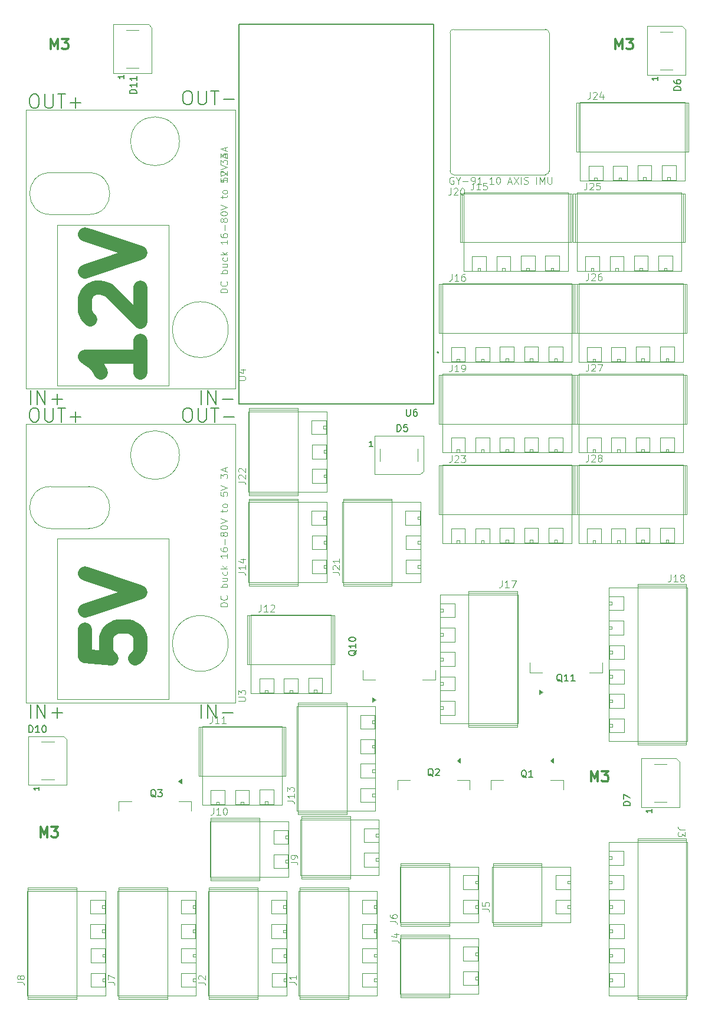
<source format=gbr>
%TF.GenerationSoftware,KiCad,Pcbnew,9.0.6*%
%TF.CreationDate,2025-12-23T13:14:00+01:00*%
%TF.ProjectId,MainBoard,4d61696e-426f-4617-9264-2e6b69636164,rev?*%
%TF.SameCoordinates,Original*%
%TF.FileFunction,Legend,Top*%
%TF.FilePolarity,Positive*%
%FSLAX46Y46*%
G04 Gerber Fmt 4.6, Leading zero omitted, Abs format (unit mm)*
G04 Created by KiCad (PCBNEW 9.0.6) date 2025-12-23 13:14:00*
%MOMM*%
%LPD*%
G01*
G04 APERTURE LIST*
%ADD10C,0.300000*%
%ADD11C,0.100000*%
%ADD12C,0.150000*%
%ADD13C,0.200000*%
%ADD14C,2.000000*%
%ADD15C,0.120000*%
%ADD16C,0.127000*%
G04 APERTURE END LIST*
D10*
X112054510Y-46300828D02*
X112054510Y-44800828D01*
X112054510Y-44800828D02*
X112554510Y-45872257D01*
X112554510Y-45872257D02*
X113054510Y-44800828D01*
X113054510Y-44800828D02*
X113054510Y-46300828D01*
X113625939Y-44800828D02*
X114554511Y-44800828D01*
X114554511Y-44800828D02*
X114054511Y-45372257D01*
X114054511Y-45372257D02*
X114268796Y-45372257D01*
X114268796Y-45372257D02*
X114411654Y-45443685D01*
X114411654Y-45443685D02*
X114483082Y-45515114D01*
X114483082Y-45515114D02*
X114554511Y-45657971D01*
X114554511Y-45657971D02*
X114554511Y-46015114D01*
X114554511Y-46015114D02*
X114483082Y-46157971D01*
X114483082Y-46157971D02*
X114411654Y-46229400D01*
X114411654Y-46229400D02*
X114268796Y-46300828D01*
X114268796Y-46300828D02*
X113840225Y-46300828D01*
X113840225Y-46300828D02*
X113697368Y-46229400D01*
X113697368Y-46229400D02*
X113625939Y-46157971D01*
X31054510Y-46300828D02*
X31054510Y-44800828D01*
X31054510Y-44800828D02*
X31554510Y-45872257D01*
X31554510Y-45872257D02*
X32054510Y-44800828D01*
X32054510Y-44800828D02*
X32054510Y-46300828D01*
X32625939Y-44800828D02*
X33554511Y-44800828D01*
X33554511Y-44800828D02*
X33054511Y-45372257D01*
X33054511Y-45372257D02*
X33268796Y-45372257D01*
X33268796Y-45372257D02*
X33411654Y-45443685D01*
X33411654Y-45443685D02*
X33483082Y-45515114D01*
X33483082Y-45515114D02*
X33554511Y-45657971D01*
X33554511Y-45657971D02*
X33554511Y-46015114D01*
X33554511Y-46015114D02*
X33483082Y-46157971D01*
X33483082Y-46157971D02*
X33411654Y-46229400D01*
X33411654Y-46229400D02*
X33268796Y-46300828D01*
X33268796Y-46300828D02*
X32840225Y-46300828D01*
X32840225Y-46300828D02*
X32697368Y-46229400D01*
X32697368Y-46229400D02*
X32625939Y-46157971D01*
X29554510Y-159300828D02*
X29554510Y-157800828D01*
X29554510Y-157800828D02*
X30054510Y-158872257D01*
X30054510Y-158872257D02*
X30554510Y-157800828D01*
X30554510Y-157800828D02*
X30554510Y-159300828D01*
X31125939Y-157800828D02*
X32054511Y-157800828D01*
X32054511Y-157800828D02*
X31554511Y-158372257D01*
X31554511Y-158372257D02*
X31768796Y-158372257D01*
X31768796Y-158372257D02*
X31911654Y-158443685D01*
X31911654Y-158443685D02*
X31983082Y-158515114D01*
X31983082Y-158515114D02*
X32054511Y-158657971D01*
X32054511Y-158657971D02*
X32054511Y-159015114D01*
X32054511Y-159015114D02*
X31983082Y-159157971D01*
X31983082Y-159157971D02*
X31911654Y-159229400D01*
X31911654Y-159229400D02*
X31768796Y-159300828D01*
X31768796Y-159300828D02*
X31340225Y-159300828D01*
X31340225Y-159300828D02*
X31197368Y-159229400D01*
X31197368Y-159229400D02*
X31125939Y-159157971D01*
X108554510Y-151300828D02*
X108554510Y-149800828D01*
X108554510Y-149800828D02*
X109054510Y-150872257D01*
X109054510Y-150872257D02*
X109554510Y-149800828D01*
X109554510Y-149800828D02*
X109554510Y-151300828D01*
X110125939Y-149800828D02*
X111054511Y-149800828D01*
X111054511Y-149800828D02*
X110554511Y-150372257D01*
X110554511Y-150372257D02*
X110768796Y-150372257D01*
X110768796Y-150372257D02*
X110911654Y-150443685D01*
X110911654Y-150443685D02*
X110983082Y-150515114D01*
X110983082Y-150515114D02*
X111054511Y-150657971D01*
X111054511Y-150657971D02*
X111054511Y-151015114D01*
X111054511Y-151015114D02*
X110983082Y-151157971D01*
X110983082Y-151157971D02*
X110911654Y-151229400D01*
X110911654Y-151229400D02*
X110768796Y-151300828D01*
X110768796Y-151300828D02*
X110340225Y-151300828D01*
X110340225Y-151300828D02*
X110197368Y-151229400D01*
X110197368Y-151229400D02*
X110125939Y-151157971D01*
D11*
X61190476Y-125957419D02*
X61190476Y-126671704D01*
X61190476Y-126671704D02*
X61142857Y-126814561D01*
X61142857Y-126814561D02*
X61047619Y-126909800D01*
X61047619Y-126909800D02*
X60904762Y-126957419D01*
X60904762Y-126957419D02*
X60809524Y-126957419D01*
X62190476Y-126957419D02*
X61619048Y-126957419D01*
X61904762Y-126957419D02*
X61904762Y-125957419D01*
X61904762Y-125957419D02*
X61809524Y-126100276D01*
X61809524Y-126100276D02*
X61714286Y-126195514D01*
X61714286Y-126195514D02*
X61619048Y-126243133D01*
X62571429Y-126052657D02*
X62619048Y-126005038D01*
X62619048Y-126005038D02*
X62714286Y-125957419D01*
X62714286Y-125957419D02*
X62952381Y-125957419D01*
X62952381Y-125957419D02*
X63047619Y-126005038D01*
X63047619Y-126005038D02*
X63095238Y-126052657D01*
X63095238Y-126052657D02*
X63142857Y-126147895D01*
X63142857Y-126147895D02*
X63142857Y-126243133D01*
X63142857Y-126243133D02*
X63095238Y-126385990D01*
X63095238Y-126385990D02*
X62523810Y-126957419D01*
X62523810Y-126957419D02*
X63142857Y-126957419D01*
X88565476Y-78532419D02*
X88565476Y-79246704D01*
X88565476Y-79246704D02*
X88517857Y-79389561D01*
X88517857Y-79389561D02*
X88422619Y-79484800D01*
X88422619Y-79484800D02*
X88279762Y-79532419D01*
X88279762Y-79532419D02*
X88184524Y-79532419D01*
X89565476Y-79532419D02*
X88994048Y-79532419D01*
X89279762Y-79532419D02*
X89279762Y-78532419D01*
X89279762Y-78532419D02*
X89184524Y-78675276D01*
X89184524Y-78675276D02*
X89089286Y-78770514D01*
X89089286Y-78770514D02*
X88994048Y-78818133D01*
X90422619Y-78532419D02*
X90232143Y-78532419D01*
X90232143Y-78532419D02*
X90136905Y-78580038D01*
X90136905Y-78580038D02*
X90089286Y-78627657D01*
X90089286Y-78627657D02*
X89994048Y-78770514D01*
X89994048Y-78770514D02*
X89946429Y-78960990D01*
X89946429Y-78960990D02*
X89946429Y-79341942D01*
X89946429Y-79341942D02*
X89994048Y-79437180D01*
X89994048Y-79437180D02*
X90041667Y-79484800D01*
X90041667Y-79484800D02*
X90136905Y-79532419D01*
X90136905Y-79532419D02*
X90327381Y-79532419D01*
X90327381Y-79532419D02*
X90422619Y-79484800D01*
X90422619Y-79484800D02*
X90470238Y-79437180D01*
X90470238Y-79437180D02*
X90517857Y-79341942D01*
X90517857Y-79341942D02*
X90517857Y-79103847D01*
X90517857Y-79103847D02*
X90470238Y-79008609D01*
X90470238Y-79008609D02*
X90422619Y-78960990D01*
X90422619Y-78960990D02*
X90327381Y-78913371D01*
X90327381Y-78913371D02*
X90136905Y-78913371D01*
X90136905Y-78913371D02*
X90041667Y-78960990D01*
X90041667Y-78960990D02*
X89994048Y-79008609D01*
X89994048Y-79008609D02*
X89946429Y-79103847D01*
X54190476Y-141957419D02*
X54190476Y-142671704D01*
X54190476Y-142671704D02*
X54142857Y-142814561D01*
X54142857Y-142814561D02*
X54047619Y-142909800D01*
X54047619Y-142909800D02*
X53904762Y-142957419D01*
X53904762Y-142957419D02*
X53809524Y-142957419D01*
X55190476Y-142957419D02*
X54619048Y-142957419D01*
X54904762Y-142957419D02*
X54904762Y-141957419D01*
X54904762Y-141957419D02*
X54809524Y-142100276D01*
X54809524Y-142100276D02*
X54714286Y-142195514D01*
X54714286Y-142195514D02*
X54619048Y-142243133D01*
X56142857Y-142957419D02*
X55571429Y-142957419D01*
X55857143Y-142957419D02*
X55857143Y-141957419D01*
X55857143Y-141957419D02*
X55761905Y-142100276D01*
X55761905Y-142100276D02*
X55666667Y-142195514D01*
X55666667Y-142195514D02*
X55571429Y-142243133D01*
D12*
X80711905Y-101104819D02*
X80711905Y-100104819D01*
X80711905Y-100104819D02*
X80950000Y-100104819D01*
X80950000Y-100104819D02*
X81092857Y-100152438D01*
X81092857Y-100152438D02*
X81188095Y-100247676D01*
X81188095Y-100247676D02*
X81235714Y-100342914D01*
X81235714Y-100342914D02*
X81283333Y-100533390D01*
X81283333Y-100533390D02*
X81283333Y-100676247D01*
X81283333Y-100676247D02*
X81235714Y-100866723D01*
X81235714Y-100866723D02*
X81188095Y-100961961D01*
X81188095Y-100961961D02*
X81092857Y-101057200D01*
X81092857Y-101057200D02*
X80950000Y-101104819D01*
X80950000Y-101104819D02*
X80711905Y-101104819D01*
X82188095Y-100104819D02*
X81711905Y-100104819D01*
X81711905Y-100104819D02*
X81664286Y-100581009D01*
X81664286Y-100581009D02*
X81711905Y-100533390D01*
X81711905Y-100533390D02*
X81807143Y-100485771D01*
X81807143Y-100485771D02*
X82045238Y-100485771D01*
X82045238Y-100485771D02*
X82140476Y-100533390D01*
X82140476Y-100533390D02*
X82188095Y-100581009D01*
X82188095Y-100581009D02*
X82235714Y-100676247D01*
X82235714Y-100676247D02*
X82235714Y-100914342D01*
X82235714Y-100914342D02*
X82188095Y-101009580D01*
X82188095Y-101009580D02*
X82140476Y-101057200D01*
X82140476Y-101057200D02*
X82045238Y-101104819D01*
X82045238Y-101104819D02*
X81807143Y-101104819D01*
X81807143Y-101104819D02*
X81711905Y-101057200D01*
X81711905Y-101057200D02*
X81664286Y-101009580D01*
X77228571Y-103262295D02*
X76771428Y-103262295D01*
X77000000Y-103262295D02*
X77000000Y-102462295D01*
X77000000Y-102462295D02*
X76923809Y-102576580D01*
X76923809Y-102576580D02*
X76847619Y-102652771D01*
X76847619Y-102652771D02*
X76771428Y-102690866D01*
D11*
X52207419Y-180095833D02*
X52921704Y-180095833D01*
X52921704Y-180095833D02*
X53064561Y-180143452D01*
X53064561Y-180143452D02*
X53159800Y-180238690D01*
X53159800Y-180238690D02*
X53207419Y-180381547D01*
X53207419Y-180381547D02*
X53207419Y-180476785D01*
X52302657Y-179667261D02*
X52255038Y-179619642D01*
X52255038Y-179619642D02*
X52207419Y-179524404D01*
X52207419Y-179524404D02*
X52207419Y-179286309D01*
X52207419Y-179286309D02*
X52255038Y-179191071D01*
X52255038Y-179191071D02*
X52302657Y-179143452D01*
X52302657Y-179143452D02*
X52397895Y-179095833D01*
X52397895Y-179095833D02*
X52493133Y-179095833D01*
X52493133Y-179095833D02*
X52635990Y-179143452D01*
X52635990Y-179143452D02*
X53207419Y-179714880D01*
X53207419Y-179714880D02*
X53207419Y-179095833D01*
D12*
X27885714Y-144254819D02*
X27885714Y-143254819D01*
X27885714Y-143254819D02*
X28123809Y-143254819D01*
X28123809Y-143254819D02*
X28266666Y-143302438D01*
X28266666Y-143302438D02*
X28361904Y-143397676D01*
X28361904Y-143397676D02*
X28409523Y-143492914D01*
X28409523Y-143492914D02*
X28457142Y-143683390D01*
X28457142Y-143683390D02*
X28457142Y-143826247D01*
X28457142Y-143826247D02*
X28409523Y-144016723D01*
X28409523Y-144016723D02*
X28361904Y-144111961D01*
X28361904Y-144111961D02*
X28266666Y-144207200D01*
X28266666Y-144207200D02*
X28123809Y-144254819D01*
X28123809Y-144254819D02*
X27885714Y-144254819D01*
X29409523Y-144254819D02*
X28838095Y-144254819D01*
X29123809Y-144254819D02*
X29123809Y-143254819D01*
X29123809Y-143254819D02*
X29028571Y-143397676D01*
X29028571Y-143397676D02*
X28933333Y-143492914D01*
X28933333Y-143492914D02*
X28838095Y-143540533D01*
X30028571Y-143254819D02*
X30123809Y-143254819D01*
X30123809Y-143254819D02*
X30219047Y-143302438D01*
X30219047Y-143302438D02*
X30266666Y-143350057D01*
X30266666Y-143350057D02*
X30314285Y-143445295D01*
X30314285Y-143445295D02*
X30361904Y-143635771D01*
X30361904Y-143635771D02*
X30361904Y-143873866D01*
X30361904Y-143873866D02*
X30314285Y-144064342D01*
X30314285Y-144064342D02*
X30266666Y-144159580D01*
X30266666Y-144159580D02*
X30219047Y-144207200D01*
X30219047Y-144207200D02*
X30123809Y-144254819D01*
X30123809Y-144254819D02*
X30028571Y-144254819D01*
X30028571Y-144254819D02*
X29933333Y-144207200D01*
X29933333Y-144207200D02*
X29885714Y-144159580D01*
X29885714Y-144159580D02*
X29838095Y-144064342D01*
X29838095Y-144064342D02*
X29790476Y-143873866D01*
X29790476Y-143873866D02*
X29790476Y-143635771D01*
X29790476Y-143635771D02*
X29838095Y-143445295D01*
X29838095Y-143445295D02*
X29885714Y-143350057D01*
X29885714Y-143350057D02*
X29933333Y-143302438D01*
X29933333Y-143302438D02*
X30028571Y-143254819D01*
X29362295Y-152071428D02*
X29362295Y-152528571D01*
X29362295Y-152299999D02*
X28562295Y-152299999D01*
X28562295Y-152299999D02*
X28676580Y-152376190D01*
X28676580Y-152376190D02*
X28752771Y-152452380D01*
X28752771Y-152452380D02*
X28790866Y-152528571D01*
D11*
X122042580Y-158166666D02*
X121328295Y-158166666D01*
X121328295Y-158166666D02*
X121185438Y-158119047D01*
X121185438Y-158119047D02*
X121090200Y-158023809D01*
X121090200Y-158023809D02*
X121042580Y-157880952D01*
X121042580Y-157880952D02*
X121042580Y-157785714D01*
X122042580Y-158547619D02*
X122042580Y-159166666D01*
X122042580Y-159166666D02*
X121661628Y-158833333D01*
X121661628Y-158833333D02*
X121661628Y-158976190D01*
X121661628Y-158976190D02*
X121614009Y-159071428D01*
X121614009Y-159071428D02*
X121566390Y-159119047D01*
X121566390Y-159119047D02*
X121471152Y-159166666D01*
X121471152Y-159166666D02*
X121233057Y-159166666D01*
X121233057Y-159166666D02*
X121137819Y-159119047D01*
X121137819Y-159119047D02*
X121090200Y-159071428D01*
X121090200Y-159071428D02*
X121042580Y-158976190D01*
X121042580Y-158976190D02*
X121042580Y-158690476D01*
X121042580Y-158690476D02*
X121090200Y-158595238D01*
X121090200Y-158595238D02*
X121137819Y-158547619D01*
D12*
X74900057Y-132471428D02*
X74852438Y-132566666D01*
X74852438Y-132566666D02*
X74757200Y-132661904D01*
X74757200Y-132661904D02*
X74614342Y-132804761D01*
X74614342Y-132804761D02*
X74566723Y-132899999D01*
X74566723Y-132899999D02*
X74566723Y-132995237D01*
X74804819Y-132947618D02*
X74757200Y-133042856D01*
X74757200Y-133042856D02*
X74661961Y-133138094D01*
X74661961Y-133138094D02*
X74471485Y-133185713D01*
X74471485Y-133185713D02*
X74138152Y-133185713D01*
X74138152Y-133185713D02*
X73947676Y-133138094D01*
X73947676Y-133138094D02*
X73852438Y-133042856D01*
X73852438Y-133042856D02*
X73804819Y-132947618D01*
X73804819Y-132947618D02*
X73804819Y-132757142D01*
X73804819Y-132757142D02*
X73852438Y-132661904D01*
X73852438Y-132661904D02*
X73947676Y-132566666D01*
X73947676Y-132566666D02*
X74138152Y-132519047D01*
X74138152Y-132519047D02*
X74471485Y-132519047D01*
X74471485Y-132519047D02*
X74661961Y-132566666D01*
X74661961Y-132566666D02*
X74757200Y-132661904D01*
X74757200Y-132661904D02*
X74804819Y-132757142D01*
X74804819Y-132757142D02*
X74804819Y-132947618D01*
X74804819Y-131566666D02*
X74804819Y-132138094D01*
X74804819Y-131852380D02*
X73804819Y-131852380D01*
X73804819Y-131852380D02*
X73947676Y-131947618D01*
X73947676Y-131947618D02*
X74042914Y-132042856D01*
X74042914Y-132042856D02*
X74090533Y-132138094D01*
X73804819Y-130947618D02*
X73804819Y-130852380D01*
X73804819Y-130852380D02*
X73852438Y-130757142D01*
X73852438Y-130757142D02*
X73900057Y-130709523D01*
X73900057Y-130709523D02*
X73995295Y-130661904D01*
X73995295Y-130661904D02*
X74185771Y-130614285D01*
X74185771Y-130614285D02*
X74423866Y-130614285D01*
X74423866Y-130614285D02*
X74614342Y-130661904D01*
X74614342Y-130661904D02*
X74709580Y-130709523D01*
X74709580Y-130709523D02*
X74757200Y-130757142D01*
X74757200Y-130757142D02*
X74804819Y-130852380D01*
X74804819Y-130852380D02*
X74804819Y-130947618D01*
X74804819Y-130947618D02*
X74757200Y-131042856D01*
X74757200Y-131042856D02*
X74709580Y-131090475D01*
X74709580Y-131090475D02*
X74614342Y-131138094D01*
X74614342Y-131138094D02*
X74423866Y-131185713D01*
X74423866Y-131185713D02*
X74185771Y-131185713D01*
X74185771Y-131185713D02*
X73995295Y-131138094D01*
X73995295Y-131138094D02*
X73900057Y-131090475D01*
X73900057Y-131090475D02*
X73852438Y-131042856D01*
X73852438Y-131042856D02*
X73804819Y-130947618D01*
D11*
X107940476Y-65457419D02*
X107940476Y-66171704D01*
X107940476Y-66171704D02*
X107892857Y-66314561D01*
X107892857Y-66314561D02*
X107797619Y-66409800D01*
X107797619Y-66409800D02*
X107654762Y-66457419D01*
X107654762Y-66457419D02*
X107559524Y-66457419D01*
X108369048Y-65552657D02*
X108416667Y-65505038D01*
X108416667Y-65505038D02*
X108511905Y-65457419D01*
X108511905Y-65457419D02*
X108750000Y-65457419D01*
X108750000Y-65457419D02*
X108845238Y-65505038D01*
X108845238Y-65505038D02*
X108892857Y-65552657D01*
X108892857Y-65552657D02*
X108940476Y-65647895D01*
X108940476Y-65647895D02*
X108940476Y-65743133D01*
X108940476Y-65743133D02*
X108892857Y-65885990D01*
X108892857Y-65885990D02*
X108321429Y-66457419D01*
X108321429Y-66457419D02*
X108940476Y-66457419D01*
X109845238Y-65457419D02*
X109369048Y-65457419D01*
X109369048Y-65457419D02*
X109321429Y-65933609D01*
X109321429Y-65933609D02*
X109369048Y-65885990D01*
X109369048Y-65885990D02*
X109464286Y-65838371D01*
X109464286Y-65838371D02*
X109702381Y-65838371D01*
X109702381Y-65838371D02*
X109797619Y-65885990D01*
X109797619Y-65885990D02*
X109845238Y-65933609D01*
X109845238Y-65933609D02*
X109892857Y-66028847D01*
X109892857Y-66028847D02*
X109892857Y-66266942D01*
X109892857Y-66266942D02*
X109845238Y-66362180D01*
X109845238Y-66362180D02*
X109797619Y-66409800D01*
X109797619Y-66409800D02*
X109702381Y-66457419D01*
X109702381Y-66457419D02*
X109464286Y-66457419D01*
X109464286Y-66457419D02*
X109369048Y-66409800D01*
X109369048Y-66409800D02*
X109321429Y-66362180D01*
X57957419Y-108309523D02*
X58671704Y-108309523D01*
X58671704Y-108309523D02*
X58814561Y-108357142D01*
X58814561Y-108357142D02*
X58909800Y-108452380D01*
X58909800Y-108452380D02*
X58957419Y-108595237D01*
X58957419Y-108595237D02*
X58957419Y-108690475D01*
X58052657Y-107880951D02*
X58005038Y-107833332D01*
X58005038Y-107833332D02*
X57957419Y-107738094D01*
X57957419Y-107738094D02*
X57957419Y-107499999D01*
X57957419Y-107499999D02*
X58005038Y-107404761D01*
X58005038Y-107404761D02*
X58052657Y-107357142D01*
X58052657Y-107357142D02*
X58147895Y-107309523D01*
X58147895Y-107309523D02*
X58243133Y-107309523D01*
X58243133Y-107309523D02*
X58385990Y-107357142D01*
X58385990Y-107357142D02*
X58957419Y-107928570D01*
X58957419Y-107928570D02*
X58957419Y-107309523D01*
X58052657Y-106928570D02*
X58005038Y-106880951D01*
X58005038Y-106880951D02*
X57957419Y-106785713D01*
X57957419Y-106785713D02*
X57957419Y-106547618D01*
X57957419Y-106547618D02*
X58005038Y-106452380D01*
X58005038Y-106452380D02*
X58052657Y-106404761D01*
X58052657Y-106404761D02*
X58147895Y-106357142D01*
X58147895Y-106357142D02*
X58243133Y-106357142D01*
X58243133Y-106357142D02*
X58385990Y-106404761D01*
X58385990Y-106404761D02*
X58957419Y-106976189D01*
X58957419Y-106976189D02*
X58957419Y-106357142D01*
X108427976Y-52457419D02*
X108427976Y-53171704D01*
X108427976Y-53171704D02*
X108380357Y-53314561D01*
X108380357Y-53314561D02*
X108285119Y-53409800D01*
X108285119Y-53409800D02*
X108142262Y-53457419D01*
X108142262Y-53457419D02*
X108047024Y-53457419D01*
X108856548Y-52552657D02*
X108904167Y-52505038D01*
X108904167Y-52505038D02*
X108999405Y-52457419D01*
X108999405Y-52457419D02*
X109237500Y-52457419D01*
X109237500Y-52457419D02*
X109332738Y-52505038D01*
X109332738Y-52505038D02*
X109380357Y-52552657D01*
X109380357Y-52552657D02*
X109427976Y-52647895D01*
X109427976Y-52647895D02*
X109427976Y-52743133D01*
X109427976Y-52743133D02*
X109380357Y-52885990D01*
X109380357Y-52885990D02*
X108808929Y-53457419D01*
X108808929Y-53457419D02*
X109427976Y-53457419D01*
X110285119Y-52790752D02*
X110285119Y-53457419D01*
X110047024Y-52409800D02*
X109808929Y-53124085D01*
X109808929Y-53124085D02*
X110427976Y-53124085D01*
X54390476Y-155057419D02*
X54390476Y-155771704D01*
X54390476Y-155771704D02*
X54342857Y-155914561D01*
X54342857Y-155914561D02*
X54247619Y-156009800D01*
X54247619Y-156009800D02*
X54104762Y-156057419D01*
X54104762Y-156057419D02*
X54009524Y-156057419D01*
X55390476Y-156057419D02*
X54819048Y-156057419D01*
X55104762Y-156057419D02*
X55104762Y-155057419D01*
X55104762Y-155057419D02*
X55009524Y-155200276D01*
X55009524Y-155200276D02*
X54914286Y-155295514D01*
X54914286Y-155295514D02*
X54819048Y-155343133D01*
X56009524Y-155057419D02*
X56104762Y-155057419D01*
X56104762Y-155057419D02*
X56200000Y-155105038D01*
X56200000Y-155105038D02*
X56247619Y-155152657D01*
X56247619Y-155152657D02*
X56295238Y-155247895D01*
X56295238Y-155247895D02*
X56342857Y-155438371D01*
X56342857Y-155438371D02*
X56342857Y-155676466D01*
X56342857Y-155676466D02*
X56295238Y-155866942D01*
X56295238Y-155866942D02*
X56247619Y-155962180D01*
X56247619Y-155962180D02*
X56200000Y-156009800D01*
X56200000Y-156009800D02*
X56104762Y-156057419D01*
X56104762Y-156057419D02*
X56009524Y-156057419D01*
X56009524Y-156057419D02*
X55914286Y-156009800D01*
X55914286Y-156009800D02*
X55866667Y-155962180D01*
X55866667Y-155962180D02*
X55819048Y-155866942D01*
X55819048Y-155866942D02*
X55771429Y-155676466D01*
X55771429Y-155676466D02*
X55771429Y-155438371D01*
X55771429Y-155438371D02*
X55819048Y-155247895D01*
X55819048Y-155247895D02*
X55866667Y-155152657D01*
X55866667Y-155152657D02*
X55914286Y-155105038D01*
X55914286Y-155105038D02*
X56009524Y-155057419D01*
D12*
X121454819Y-52188094D02*
X120454819Y-52188094D01*
X120454819Y-52188094D02*
X120454819Y-51949999D01*
X120454819Y-51949999D02*
X120502438Y-51807142D01*
X120502438Y-51807142D02*
X120597676Y-51711904D01*
X120597676Y-51711904D02*
X120692914Y-51664285D01*
X120692914Y-51664285D02*
X120883390Y-51616666D01*
X120883390Y-51616666D02*
X121026247Y-51616666D01*
X121026247Y-51616666D02*
X121216723Y-51664285D01*
X121216723Y-51664285D02*
X121311961Y-51711904D01*
X121311961Y-51711904D02*
X121407200Y-51807142D01*
X121407200Y-51807142D02*
X121454819Y-51949999D01*
X121454819Y-51949999D02*
X121454819Y-52188094D01*
X120454819Y-50759523D02*
X120454819Y-50949999D01*
X120454819Y-50949999D02*
X120502438Y-51045237D01*
X120502438Y-51045237D02*
X120550057Y-51092856D01*
X120550057Y-51092856D02*
X120692914Y-51188094D01*
X120692914Y-51188094D02*
X120883390Y-51235713D01*
X120883390Y-51235713D02*
X121264342Y-51235713D01*
X121264342Y-51235713D02*
X121359580Y-51188094D01*
X121359580Y-51188094D02*
X121407200Y-51140475D01*
X121407200Y-51140475D02*
X121454819Y-51045237D01*
X121454819Y-51045237D02*
X121454819Y-50854761D01*
X121454819Y-50854761D02*
X121407200Y-50759523D01*
X121407200Y-50759523D02*
X121359580Y-50711904D01*
X121359580Y-50711904D02*
X121264342Y-50664285D01*
X121264342Y-50664285D02*
X121026247Y-50664285D01*
X121026247Y-50664285D02*
X120931009Y-50711904D01*
X120931009Y-50711904D02*
X120883390Y-50759523D01*
X120883390Y-50759523D02*
X120835771Y-50854761D01*
X120835771Y-50854761D02*
X120835771Y-51045237D01*
X120835771Y-51045237D02*
X120883390Y-51140475D01*
X120883390Y-51140475D02*
X120931009Y-51188094D01*
X120931009Y-51188094D02*
X121026247Y-51235713D01*
X118112295Y-50271428D02*
X118112295Y-50728571D01*
X118112295Y-50499999D02*
X117312295Y-50499999D01*
X117312295Y-50499999D02*
X117426580Y-50576190D01*
X117426580Y-50576190D02*
X117502771Y-50652380D01*
X117502771Y-50652380D02*
X117540866Y-50728571D01*
D11*
X95790476Y-122457419D02*
X95790476Y-123171704D01*
X95790476Y-123171704D02*
X95742857Y-123314561D01*
X95742857Y-123314561D02*
X95647619Y-123409800D01*
X95647619Y-123409800D02*
X95504762Y-123457419D01*
X95504762Y-123457419D02*
X95409524Y-123457419D01*
X96790476Y-123457419D02*
X96219048Y-123457419D01*
X96504762Y-123457419D02*
X96504762Y-122457419D01*
X96504762Y-122457419D02*
X96409524Y-122600276D01*
X96409524Y-122600276D02*
X96314286Y-122695514D01*
X96314286Y-122695514D02*
X96219048Y-122743133D01*
X97123810Y-122457419D02*
X97790476Y-122457419D01*
X97790476Y-122457419D02*
X97361905Y-123457419D01*
X88565476Y-104532419D02*
X88565476Y-105246704D01*
X88565476Y-105246704D02*
X88517857Y-105389561D01*
X88517857Y-105389561D02*
X88422619Y-105484800D01*
X88422619Y-105484800D02*
X88279762Y-105532419D01*
X88279762Y-105532419D02*
X88184524Y-105532419D01*
X88994048Y-104627657D02*
X89041667Y-104580038D01*
X89041667Y-104580038D02*
X89136905Y-104532419D01*
X89136905Y-104532419D02*
X89375000Y-104532419D01*
X89375000Y-104532419D02*
X89470238Y-104580038D01*
X89470238Y-104580038D02*
X89517857Y-104627657D01*
X89517857Y-104627657D02*
X89565476Y-104722895D01*
X89565476Y-104722895D02*
X89565476Y-104818133D01*
X89565476Y-104818133D02*
X89517857Y-104960990D01*
X89517857Y-104960990D02*
X88946429Y-105532419D01*
X88946429Y-105532419D02*
X89565476Y-105532419D01*
X89898810Y-104532419D02*
X90517857Y-104532419D01*
X90517857Y-104532419D02*
X90184524Y-104913371D01*
X90184524Y-104913371D02*
X90327381Y-104913371D01*
X90327381Y-104913371D02*
X90422619Y-104960990D01*
X90422619Y-104960990D02*
X90470238Y-105008609D01*
X90470238Y-105008609D02*
X90517857Y-105103847D01*
X90517857Y-105103847D02*
X90517857Y-105341942D01*
X90517857Y-105341942D02*
X90470238Y-105437180D01*
X90470238Y-105437180D02*
X90422619Y-105484800D01*
X90422619Y-105484800D02*
X90327381Y-105532419D01*
X90327381Y-105532419D02*
X90041667Y-105532419D01*
X90041667Y-105532419D02*
X89946429Y-105484800D01*
X89946429Y-105484800D02*
X89898810Y-105437180D01*
D12*
X104403571Y-137000057D02*
X104308333Y-136952438D01*
X104308333Y-136952438D02*
X104213095Y-136857200D01*
X104213095Y-136857200D02*
X104070238Y-136714342D01*
X104070238Y-136714342D02*
X103975000Y-136666723D01*
X103975000Y-136666723D02*
X103879762Y-136666723D01*
X103927381Y-136904819D02*
X103832143Y-136857200D01*
X103832143Y-136857200D02*
X103736905Y-136761961D01*
X103736905Y-136761961D02*
X103689286Y-136571485D01*
X103689286Y-136571485D02*
X103689286Y-136238152D01*
X103689286Y-136238152D02*
X103736905Y-136047676D01*
X103736905Y-136047676D02*
X103832143Y-135952438D01*
X103832143Y-135952438D02*
X103927381Y-135904819D01*
X103927381Y-135904819D02*
X104117857Y-135904819D01*
X104117857Y-135904819D02*
X104213095Y-135952438D01*
X104213095Y-135952438D02*
X104308333Y-136047676D01*
X104308333Y-136047676D02*
X104355952Y-136238152D01*
X104355952Y-136238152D02*
X104355952Y-136571485D01*
X104355952Y-136571485D02*
X104308333Y-136761961D01*
X104308333Y-136761961D02*
X104213095Y-136857200D01*
X104213095Y-136857200D02*
X104117857Y-136904819D01*
X104117857Y-136904819D02*
X103927381Y-136904819D01*
X105308333Y-136904819D02*
X104736905Y-136904819D01*
X105022619Y-136904819D02*
X105022619Y-135904819D01*
X105022619Y-135904819D02*
X104927381Y-136047676D01*
X104927381Y-136047676D02*
X104832143Y-136142914D01*
X104832143Y-136142914D02*
X104736905Y-136190533D01*
X106260714Y-136904819D02*
X105689286Y-136904819D01*
X105975000Y-136904819D02*
X105975000Y-135904819D01*
X105975000Y-135904819D02*
X105879762Y-136047676D01*
X105879762Y-136047676D02*
X105784524Y-136142914D01*
X105784524Y-136142914D02*
X105689286Y-136190533D01*
D11*
X39207419Y-180083333D02*
X39921704Y-180083333D01*
X39921704Y-180083333D02*
X40064561Y-180130952D01*
X40064561Y-180130952D02*
X40159800Y-180226190D01*
X40159800Y-180226190D02*
X40207419Y-180369047D01*
X40207419Y-180369047D02*
X40207419Y-180464285D01*
X39207419Y-179702380D02*
X39207419Y-179035714D01*
X39207419Y-179035714D02*
X40207419Y-179464285D01*
X65457419Y-162833333D02*
X66171704Y-162833333D01*
X66171704Y-162833333D02*
X66314561Y-162880952D01*
X66314561Y-162880952D02*
X66409800Y-162976190D01*
X66409800Y-162976190D02*
X66457419Y-163119047D01*
X66457419Y-163119047D02*
X66457419Y-163214285D01*
X66457419Y-162309523D02*
X66457419Y-162119047D01*
X66457419Y-162119047D02*
X66409800Y-162023809D01*
X66409800Y-162023809D02*
X66362180Y-161976190D01*
X66362180Y-161976190D02*
X66219323Y-161880952D01*
X66219323Y-161880952D02*
X66028847Y-161833333D01*
X66028847Y-161833333D02*
X65647895Y-161833333D01*
X65647895Y-161833333D02*
X65552657Y-161880952D01*
X65552657Y-161880952D02*
X65505038Y-161928571D01*
X65505038Y-161928571D02*
X65457419Y-162023809D01*
X65457419Y-162023809D02*
X65457419Y-162214285D01*
X65457419Y-162214285D02*
X65505038Y-162309523D01*
X65505038Y-162309523D02*
X65552657Y-162357142D01*
X65552657Y-162357142D02*
X65647895Y-162404761D01*
X65647895Y-162404761D02*
X65885990Y-162404761D01*
X65885990Y-162404761D02*
X65981228Y-162357142D01*
X65981228Y-162357142D02*
X66028847Y-162309523D01*
X66028847Y-162309523D02*
X66076466Y-162214285D01*
X66076466Y-162214285D02*
X66076466Y-162023809D01*
X66076466Y-162023809D02*
X66028847Y-161928571D01*
X66028847Y-161928571D02*
X65981228Y-161880952D01*
X65981228Y-161880952D02*
X65885990Y-161833333D01*
X64957419Y-154072023D02*
X65671704Y-154072023D01*
X65671704Y-154072023D02*
X65814561Y-154119642D01*
X65814561Y-154119642D02*
X65909800Y-154214880D01*
X65909800Y-154214880D02*
X65957419Y-154357737D01*
X65957419Y-154357737D02*
X65957419Y-154452975D01*
X65957419Y-153072023D02*
X65957419Y-153643451D01*
X65957419Y-153357737D02*
X64957419Y-153357737D01*
X64957419Y-153357737D02*
X65100276Y-153452975D01*
X65100276Y-153452975D02*
X65195514Y-153548213D01*
X65195514Y-153548213D02*
X65243133Y-153643451D01*
X64957419Y-152738689D02*
X64957419Y-152119642D01*
X64957419Y-152119642D02*
X65338371Y-152452975D01*
X65338371Y-152452975D02*
X65338371Y-152310118D01*
X65338371Y-152310118D02*
X65385990Y-152214880D01*
X65385990Y-152214880D02*
X65433609Y-152167261D01*
X65433609Y-152167261D02*
X65528847Y-152119642D01*
X65528847Y-152119642D02*
X65766942Y-152119642D01*
X65766942Y-152119642D02*
X65862180Y-152167261D01*
X65862180Y-152167261D02*
X65909800Y-152214880D01*
X65909800Y-152214880D02*
X65957419Y-152310118D01*
X65957419Y-152310118D02*
X65957419Y-152595832D01*
X65957419Y-152595832D02*
X65909800Y-152691070D01*
X65909800Y-152691070D02*
X65862180Y-152738689D01*
D12*
X46104761Y-153550057D02*
X46009523Y-153502438D01*
X46009523Y-153502438D02*
X45914285Y-153407200D01*
X45914285Y-153407200D02*
X45771428Y-153264342D01*
X45771428Y-153264342D02*
X45676190Y-153216723D01*
X45676190Y-153216723D02*
X45580952Y-153216723D01*
X45628571Y-153454819D02*
X45533333Y-153407200D01*
X45533333Y-153407200D02*
X45438095Y-153311961D01*
X45438095Y-153311961D02*
X45390476Y-153121485D01*
X45390476Y-153121485D02*
X45390476Y-152788152D01*
X45390476Y-152788152D02*
X45438095Y-152597676D01*
X45438095Y-152597676D02*
X45533333Y-152502438D01*
X45533333Y-152502438D02*
X45628571Y-152454819D01*
X45628571Y-152454819D02*
X45819047Y-152454819D01*
X45819047Y-152454819D02*
X45914285Y-152502438D01*
X45914285Y-152502438D02*
X46009523Y-152597676D01*
X46009523Y-152597676D02*
X46057142Y-152788152D01*
X46057142Y-152788152D02*
X46057142Y-153121485D01*
X46057142Y-153121485D02*
X46009523Y-153311961D01*
X46009523Y-153311961D02*
X45914285Y-153407200D01*
X45914285Y-153407200D02*
X45819047Y-153454819D01*
X45819047Y-153454819D02*
X45628571Y-153454819D01*
X46390476Y-152454819D02*
X47009523Y-152454819D01*
X47009523Y-152454819D02*
X46676190Y-152835771D01*
X46676190Y-152835771D02*
X46819047Y-152835771D01*
X46819047Y-152835771D02*
X46914285Y-152883390D01*
X46914285Y-152883390D02*
X46961904Y-152931009D01*
X46961904Y-152931009D02*
X47009523Y-153026247D01*
X47009523Y-153026247D02*
X47009523Y-153264342D01*
X47009523Y-153264342D02*
X46961904Y-153359580D01*
X46961904Y-153359580D02*
X46914285Y-153407200D01*
X46914285Y-153407200D02*
X46819047Y-153454819D01*
X46819047Y-153454819D02*
X46533333Y-153454819D01*
X46533333Y-153454819D02*
X46438095Y-153407200D01*
X46438095Y-153407200D02*
X46390476Y-153359580D01*
D11*
X92957419Y-169583333D02*
X93671704Y-169583333D01*
X93671704Y-169583333D02*
X93814561Y-169630952D01*
X93814561Y-169630952D02*
X93909800Y-169726190D01*
X93909800Y-169726190D02*
X93957419Y-169869047D01*
X93957419Y-169869047D02*
X93957419Y-169964285D01*
X92957419Y-168630952D02*
X92957419Y-169107142D01*
X92957419Y-169107142D02*
X93433609Y-169154761D01*
X93433609Y-169154761D02*
X93385990Y-169107142D01*
X93385990Y-169107142D02*
X93338371Y-169011904D01*
X93338371Y-169011904D02*
X93338371Y-168773809D01*
X93338371Y-168773809D02*
X93385990Y-168678571D01*
X93385990Y-168678571D02*
X93433609Y-168630952D01*
X93433609Y-168630952D02*
X93528847Y-168583333D01*
X93528847Y-168583333D02*
X93766942Y-168583333D01*
X93766942Y-168583333D02*
X93862180Y-168630952D01*
X93862180Y-168630952D02*
X93909800Y-168678571D01*
X93909800Y-168678571D02*
X93957419Y-168773809D01*
X93957419Y-168773809D02*
X93957419Y-169011904D01*
X93957419Y-169011904D02*
X93909800Y-169107142D01*
X93909800Y-169107142D02*
X93862180Y-169154761D01*
X91690476Y-65457419D02*
X91690476Y-66171704D01*
X91690476Y-66171704D02*
X91642857Y-66314561D01*
X91642857Y-66314561D02*
X91547619Y-66409800D01*
X91547619Y-66409800D02*
X91404762Y-66457419D01*
X91404762Y-66457419D02*
X91309524Y-66457419D01*
X92690476Y-66457419D02*
X92119048Y-66457419D01*
X92404762Y-66457419D02*
X92404762Y-65457419D01*
X92404762Y-65457419D02*
X92309524Y-65600276D01*
X92309524Y-65600276D02*
X92214286Y-65695514D01*
X92214286Y-65695514D02*
X92119048Y-65743133D01*
X93595238Y-65457419D02*
X93119048Y-65457419D01*
X93119048Y-65457419D02*
X93071429Y-65933609D01*
X93071429Y-65933609D02*
X93119048Y-65885990D01*
X93119048Y-65885990D02*
X93214286Y-65838371D01*
X93214286Y-65838371D02*
X93452381Y-65838371D01*
X93452381Y-65838371D02*
X93547619Y-65885990D01*
X93547619Y-65885990D02*
X93595238Y-65933609D01*
X93595238Y-65933609D02*
X93642857Y-66028847D01*
X93642857Y-66028847D02*
X93642857Y-66266942D01*
X93642857Y-66266942D02*
X93595238Y-66362180D01*
X93595238Y-66362180D02*
X93547619Y-66409800D01*
X93547619Y-66409800D02*
X93452381Y-66457419D01*
X93452381Y-66457419D02*
X93214286Y-66457419D01*
X93214286Y-66457419D02*
X93119048Y-66409800D01*
X93119048Y-66409800D02*
X93071429Y-66362180D01*
D12*
X85904761Y-150550057D02*
X85809523Y-150502438D01*
X85809523Y-150502438D02*
X85714285Y-150407200D01*
X85714285Y-150407200D02*
X85571428Y-150264342D01*
X85571428Y-150264342D02*
X85476190Y-150216723D01*
X85476190Y-150216723D02*
X85380952Y-150216723D01*
X85428571Y-150454819D02*
X85333333Y-150407200D01*
X85333333Y-150407200D02*
X85238095Y-150311961D01*
X85238095Y-150311961D02*
X85190476Y-150121485D01*
X85190476Y-150121485D02*
X85190476Y-149788152D01*
X85190476Y-149788152D02*
X85238095Y-149597676D01*
X85238095Y-149597676D02*
X85333333Y-149502438D01*
X85333333Y-149502438D02*
X85428571Y-149454819D01*
X85428571Y-149454819D02*
X85619047Y-149454819D01*
X85619047Y-149454819D02*
X85714285Y-149502438D01*
X85714285Y-149502438D02*
X85809523Y-149597676D01*
X85809523Y-149597676D02*
X85857142Y-149788152D01*
X85857142Y-149788152D02*
X85857142Y-150121485D01*
X85857142Y-150121485D02*
X85809523Y-150311961D01*
X85809523Y-150311961D02*
X85714285Y-150407200D01*
X85714285Y-150407200D02*
X85619047Y-150454819D01*
X85619047Y-150454819D02*
X85428571Y-150454819D01*
X86238095Y-149550057D02*
X86285714Y-149502438D01*
X86285714Y-149502438D02*
X86380952Y-149454819D01*
X86380952Y-149454819D02*
X86619047Y-149454819D01*
X86619047Y-149454819D02*
X86714285Y-149502438D01*
X86714285Y-149502438D02*
X86761904Y-149550057D01*
X86761904Y-149550057D02*
X86809523Y-149645295D01*
X86809523Y-149645295D02*
X86809523Y-149740533D01*
X86809523Y-149740533D02*
X86761904Y-149883390D01*
X86761904Y-149883390D02*
X86190476Y-150454819D01*
X86190476Y-150454819D02*
X86809523Y-150454819D01*
X114204819Y-154738094D02*
X113204819Y-154738094D01*
X113204819Y-154738094D02*
X113204819Y-154499999D01*
X113204819Y-154499999D02*
X113252438Y-154357142D01*
X113252438Y-154357142D02*
X113347676Y-154261904D01*
X113347676Y-154261904D02*
X113442914Y-154214285D01*
X113442914Y-154214285D02*
X113633390Y-154166666D01*
X113633390Y-154166666D02*
X113776247Y-154166666D01*
X113776247Y-154166666D02*
X113966723Y-154214285D01*
X113966723Y-154214285D02*
X114061961Y-154261904D01*
X114061961Y-154261904D02*
X114157200Y-154357142D01*
X114157200Y-154357142D02*
X114204819Y-154499999D01*
X114204819Y-154499999D02*
X114204819Y-154738094D01*
X113204819Y-153833332D02*
X113204819Y-153166666D01*
X113204819Y-153166666D02*
X114204819Y-153595237D01*
X117262295Y-155271428D02*
X117262295Y-155728571D01*
X117262295Y-155499999D02*
X116462295Y-155499999D01*
X116462295Y-155499999D02*
X116576580Y-155576190D01*
X116576580Y-155576190D02*
X116652771Y-155652380D01*
X116652771Y-155652380D02*
X116690866Y-155728571D01*
D11*
X108190476Y-91457419D02*
X108190476Y-92171704D01*
X108190476Y-92171704D02*
X108142857Y-92314561D01*
X108142857Y-92314561D02*
X108047619Y-92409800D01*
X108047619Y-92409800D02*
X107904762Y-92457419D01*
X107904762Y-92457419D02*
X107809524Y-92457419D01*
X108619048Y-91552657D02*
X108666667Y-91505038D01*
X108666667Y-91505038D02*
X108761905Y-91457419D01*
X108761905Y-91457419D02*
X109000000Y-91457419D01*
X109000000Y-91457419D02*
X109095238Y-91505038D01*
X109095238Y-91505038D02*
X109142857Y-91552657D01*
X109142857Y-91552657D02*
X109190476Y-91647895D01*
X109190476Y-91647895D02*
X109190476Y-91743133D01*
X109190476Y-91743133D02*
X109142857Y-91885990D01*
X109142857Y-91885990D02*
X108571429Y-92457419D01*
X108571429Y-92457419D02*
X109190476Y-92457419D01*
X109523810Y-91457419D02*
X110190476Y-91457419D01*
X110190476Y-91457419D02*
X109761905Y-92457419D01*
X119990476Y-121657419D02*
X119990476Y-122371704D01*
X119990476Y-122371704D02*
X119942857Y-122514561D01*
X119942857Y-122514561D02*
X119847619Y-122609800D01*
X119847619Y-122609800D02*
X119704762Y-122657419D01*
X119704762Y-122657419D02*
X119609524Y-122657419D01*
X120990476Y-122657419D02*
X120419048Y-122657419D01*
X120704762Y-122657419D02*
X120704762Y-121657419D01*
X120704762Y-121657419D02*
X120609524Y-121800276D01*
X120609524Y-121800276D02*
X120514286Y-121895514D01*
X120514286Y-121895514D02*
X120419048Y-121943133D01*
X121561905Y-122085990D02*
X121466667Y-122038371D01*
X121466667Y-122038371D02*
X121419048Y-121990752D01*
X121419048Y-121990752D02*
X121371429Y-121895514D01*
X121371429Y-121895514D02*
X121371429Y-121847895D01*
X121371429Y-121847895D02*
X121419048Y-121752657D01*
X121419048Y-121752657D02*
X121466667Y-121705038D01*
X121466667Y-121705038D02*
X121561905Y-121657419D01*
X121561905Y-121657419D02*
X121752381Y-121657419D01*
X121752381Y-121657419D02*
X121847619Y-121705038D01*
X121847619Y-121705038D02*
X121895238Y-121752657D01*
X121895238Y-121752657D02*
X121942857Y-121847895D01*
X121942857Y-121847895D02*
X121942857Y-121895514D01*
X121942857Y-121895514D02*
X121895238Y-121990752D01*
X121895238Y-121990752D02*
X121847619Y-122038371D01*
X121847619Y-122038371D02*
X121752381Y-122085990D01*
X121752381Y-122085990D02*
X121561905Y-122085990D01*
X121561905Y-122085990D02*
X121466667Y-122133609D01*
X121466667Y-122133609D02*
X121419048Y-122181228D01*
X121419048Y-122181228D02*
X121371429Y-122276466D01*
X121371429Y-122276466D02*
X121371429Y-122466942D01*
X121371429Y-122466942D02*
X121419048Y-122562180D01*
X121419048Y-122562180D02*
X121466667Y-122609800D01*
X121466667Y-122609800D02*
X121561905Y-122657419D01*
X121561905Y-122657419D02*
X121752381Y-122657419D01*
X121752381Y-122657419D02*
X121847619Y-122609800D01*
X121847619Y-122609800D02*
X121895238Y-122562180D01*
X121895238Y-122562180D02*
X121942857Y-122466942D01*
X121942857Y-122466942D02*
X121942857Y-122276466D01*
X121942857Y-122276466D02*
X121895238Y-122181228D01*
X121895238Y-122181228D02*
X121847619Y-122133609D01*
X121847619Y-122133609D02*
X121752381Y-122085990D01*
X88565476Y-91532419D02*
X88565476Y-92246704D01*
X88565476Y-92246704D02*
X88517857Y-92389561D01*
X88517857Y-92389561D02*
X88422619Y-92484800D01*
X88422619Y-92484800D02*
X88279762Y-92532419D01*
X88279762Y-92532419D02*
X88184524Y-92532419D01*
X89565476Y-92532419D02*
X88994048Y-92532419D01*
X89279762Y-92532419D02*
X89279762Y-91532419D01*
X89279762Y-91532419D02*
X89184524Y-91675276D01*
X89184524Y-91675276D02*
X89089286Y-91770514D01*
X89089286Y-91770514D02*
X88994048Y-91818133D01*
X90041667Y-92532419D02*
X90232143Y-92532419D01*
X90232143Y-92532419D02*
X90327381Y-92484800D01*
X90327381Y-92484800D02*
X90375000Y-92437180D01*
X90375000Y-92437180D02*
X90470238Y-92294323D01*
X90470238Y-92294323D02*
X90517857Y-92103847D01*
X90517857Y-92103847D02*
X90517857Y-91722895D01*
X90517857Y-91722895D02*
X90470238Y-91627657D01*
X90470238Y-91627657D02*
X90422619Y-91580038D01*
X90422619Y-91580038D02*
X90327381Y-91532419D01*
X90327381Y-91532419D02*
X90136905Y-91532419D01*
X90136905Y-91532419D02*
X90041667Y-91580038D01*
X90041667Y-91580038D02*
X89994048Y-91627657D01*
X89994048Y-91627657D02*
X89946429Y-91722895D01*
X89946429Y-91722895D02*
X89946429Y-91960990D01*
X89946429Y-91960990D02*
X89994048Y-92056228D01*
X89994048Y-92056228D02*
X90041667Y-92103847D01*
X90041667Y-92103847D02*
X90136905Y-92151466D01*
X90136905Y-92151466D02*
X90327381Y-92151466D01*
X90327381Y-92151466D02*
X90422619Y-92103847D01*
X90422619Y-92103847D02*
X90470238Y-92056228D01*
X90470238Y-92056228D02*
X90517857Y-91960990D01*
X26207419Y-180083333D02*
X26921704Y-180083333D01*
X26921704Y-180083333D02*
X27064561Y-180130952D01*
X27064561Y-180130952D02*
X27159800Y-180226190D01*
X27159800Y-180226190D02*
X27207419Y-180369047D01*
X27207419Y-180369047D02*
X27207419Y-180464285D01*
X26635990Y-179464285D02*
X26588371Y-179559523D01*
X26588371Y-179559523D02*
X26540752Y-179607142D01*
X26540752Y-179607142D02*
X26445514Y-179654761D01*
X26445514Y-179654761D02*
X26397895Y-179654761D01*
X26397895Y-179654761D02*
X26302657Y-179607142D01*
X26302657Y-179607142D02*
X26255038Y-179559523D01*
X26255038Y-179559523D02*
X26207419Y-179464285D01*
X26207419Y-179464285D02*
X26207419Y-179273809D01*
X26207419Y-179273809D02*
X26255038Y-179178571D01*
X26255038Y-179178571D02*
X26302657Y-179130952D01*
X26302657Y-179130952D02*
X26397895Y-179083333D01*
X26397895Y-179083333D02*
X26445514Y-179083333D01*
X26445514Y-179083333D02*
X26540752Y-179130952D01*
X26540752Y-179130952D02*
X26588371Y-179178571D01*
X26588371Y-179178571D02*
X26635990Y-179273809D01*
X26635990Y-179273809D02*
X26635990Y-179464285D01*
X26635990Y-179464285D02*
X26683609Y-179559523D01*
X26683609Y-179559523D02*
X26731228Y-179607142D01*
X26731228Y-179607142D02*
X26826466Y-179654761D01*
X26826466Y-179654761D02*
X27016942Y-179654761D01*
X27016942Y-179654761D02*
X27112180Y-179607142D01*
X27112180Y-179607142D02*
X27159800Y-179559523D01*
X27159800Y-179559523D02*
X27207419Y-179464285D01*
X27207419Y-179464285D02*
X27207419Y-179273809D01*
X27207419Y-179273809D02*
X27159800Y-179178571D01*
X27159800Y-179178571D02*
X27112180Y-179130952D01*
X27112180Y-179130952D02*
X27016942Y-179083333D01*
X27016942Y-179083333D02*
X26826466Y-179083333D01*
X26826466Y-179083333D02*
X26731228Y-179130952D01*
X26731228Y-179130952D02*
X26683609Y-179178571D01*
X26683609Y-179178571D02*
X26635990Y-179273809D01*
X65207419Y-180083333D02*
X65921704Y-180083333D01*
X65921704Y-180083333D02*
X66064561Y-180130952D01*
X66064561Y-180130952D02*
X66159800Y-180226190D01*
X66159800Y-180226190D02*
X66207419Y-180369047D01*
X66207419Y-180369047D02*
X66207419Y-180464285D01*
X66207419Y-179083333D02*
X66207419Y-179654761D01*
X66207419Y-179369047D02*
X65207419Y-179369047D01*
X65207419Y-179369047D02*
X65350276Y-179464285D01*
X65350276Y-179464285D02*
X65445514Y-179559523D01*
X65445514Y-179559523D02*
X65493133Y-179654761D01*
X108190476Y-104457419D02*
X108190476Y-105171704D01*
X108190476Y-105171704D02*
X108142857Y-105314561D01*
X108142857Y-105314561D02*
X108047619Y-105409800D01*
X108047619Y-105409800D02*
X107904762Y-105457419D01*
X107904762Y-105457419D02*
X107809524Y-105457419D01*
X108619048Y-104552657D02*
X108666667Y-104505038D01*
X108666667Y-104505038D02*
X108761905Y-104457419D01*
X108761905Y-104457419D02*
X109000000Y-104457419D01*
X109000000Y-104457419D02*
X109095238Y-104505038D01*
X109095238Y-104505038D02*
X109142857Y-104552657D01*
X109142857Y-104552657D02*
X109190476Y-104647895D01*
X109190476Y-104647895D02*
X109190476Y-104743133D01*
X109190476Y-104743133D02*
X109142857Y-104885990D01*
X109142857Y-104885990D02*
X108571429Y-105457419D01*
X108571429Y-105457419D02*
X109190476Y-105457419D01*
X109761905Y-104885990D02*
X109666667Y-104838371D01*
X109666667Y-104838371D02*
X109619048Y-104790752D01*
X109619048Y-104790752D02*
X109571429Y-104695514D01*
X109571429Y-104695514D02*
X109571429Y-104647895D01*
X109571429Y-104647895D02*
X109619048Y-104552657D01*
X109619048Y-104552657D02*
X109666667Y-104505038D01*
X109666667Y-104505038D02*
X109761905Y-104457419D01*
X109761905Y-104457419D02*
X109952381Y-104457419D01*
X109952381Y-104457419D02*
X110047619Y-104505038D01*
X110047619Y-104505038D02*
X110095238Y-104552657D01*
X110095238Y-104552657D02*
X110142857Y-104647895D01*
X110142857Y-104647895D02*
X110142857Y-104695514D01*
X110142857Y-104695514D02*
X110095238Y-104790752D01*
X110095238Y-104790752D02*
X110047619Y-104838371D01*
X110047619Y-104838371D02*
X109952381Y-104885990D01*
X109952381Y-104885990D02*
X109761905Y-104885990D01*
X109761905Y-104885990D02*
X109666667Y-104933609D01*
X109666667Y-104933609D02*
X109619048Y-104981228D01*
X109619048Y-104981228D02*
X109571429Y-105076466D01*
X109571429Y-105076466D02*
X109571429Y-105266942D01*
X109571429Y-105266942D02*
X109619048Y-105362180D01*
X109619048Y-105362180D02*
X109666667Y-105409800D01*
X109666667Y-105409800D02*
X109761905Y-105457419D01*
X109761905Y-105457419D02*
X109952381Y-105457419D01*
X109952381Y-105457419D02*
X110047619Y-105409800D01*
X110047619Y-105409800D02*
X110095238Y-105362180D01*
X110095238Y-105362180D02*
X110142857Y-105266942D01*
X110142857Y-105266942D02*
X110142857Y-105076466D01*
X110142857Y-105076466D02*
X110095238Y-104981228D01*
X110095238Y-104981228D02*
X110047619Y-104933609D01*
X110047619Y-104933609D02*
X109952381Y-104885990D01*
D12*
X43354819Y-52664285D02*
X42354819Y-52664285D01*
X42354819Y-52664285D02*
X42354819Y-52426190D01*
X42354819Y-52426190D02*
X42402438Y-52283333D01*
X42402438Y-52283333D02*
X42497676Y-52188095D01*
X42497676Y-52188095D02*
X42592914Y-52140476D01*
X42592914Y-52140476D02*
X42783390Y-52092857D01*
X42783390Y-52092857D02*
X42926247Y-52092857D01*
X42926247Y-52092857D02*
X43116723Y-52140476D01*
X43116723Y-52140476D02*
X43211961Y-52188095D01*
X43211961Y-52188095D02*
X43307200Y-52283333D01*
X43307200Y-52283333D02*
X43354819Y-52426190D01*
X43354819Y-52426190D02*
X43354819Y-52664285D01*
X43354819Y-51140476D02*
X43354819Y-51711904D01*
X43354819Y-51426190D02*
X42354819Y-51426190D01*
X42354819Y-51426190D02*
X42497676Y-51521428D01*
X42497676Y-51521428D02*
X42592914Y-51616666D01*
X42592914Y-51616666D02*
X42640533Y-51711904D01*
X43354819Y-50188095D02*
X43354819Y-50759523D01*
X43354819Y-50473809D02*
X42354819Y-50473809D01*
X42354819Y-50473809D02*
X42497676Y-50569047D01*
X42497676Y-50569047D02*
X42592914Y-50664285D01*
X42592914Y-50664285D02*
X42640533Y-50759523D01*
X41512295Y-50021428D02*
X41512295Y-50478571D01*
X41512295Y-50249999D02*
X40712295Y-50249999D01*
X40712295Y-50249999D02*
X40826580Y-50326190D01*
X40826580Y-50326190D02*
X40902771Y-50402380D01*
X40902771Y-50402380D02*
X40940866Y-50478571D01*
D11*
X88440476Y-66207419D02*
X88440476Y-66921704D01*
X88440476Y-66921704D02*
X88392857Y-67064561D01*
X88392857Y-67064561D02*
X88297619Y-67159800D01*
X88297619Y-67159800D02*
X88154762Y-67207419D01*
X88154762Y-67207419D02*
X88059524Y-67207419D01*
X88869048Y-66302657D02*
X88916667Y-66255038D01*
X88916667Y-66255038D02*
X89011905Y-66207419D01*
X89011905Y-66207419D02*
X89250000Y-66207419D01*
X89250000Y-66207419D02*
X89345238Y-66255038D01*
X89345238Y-66255038D02*
X89392857Y-66302657D01*
X89392857Y-66302657D02*
X89440476Y-66397895D01*
X89440476Y-66397895D02*
X89440476Y-66493133D01*
X89440476Y-66493133D02*
X89392857Y-66635990D01*
X89392857Y-66635990D02*
X88821429Y-67207419D01*
X88821429Y-67207419D02*
X89440476Y-67207419D01*
X90059524Y-66207419D02*
X90154762Y-66207419D01*
X90154762Y-66207419D02*
X90250000Y-66255038D01*
X90250000Y-66255038D02*
X90297619Y-66302657D01*
X90297619Y-66302657D02*
X90345238Y-66397895D01*
X90345238Y-66397895D02*
X90392857Y-66588371D01*
X90392857Y-66588371D02*
X90392857Y-66826466D01*
X90392857Y-66826466D02*
X90345238Y-67016942D01*
X90345238Y-67016942D02*
X90297619Y-67112180D01*
X90297619Y-67112180D02*
X90250000Y-67159800D01*
X90250000Y-67159800D02*
X90154762Y-67207419D01*
X90154762Y-67207419D02*
X90059524Y-67207419D01*
X90059524Y-67207419D02*
X89964286Y-67159800D01*
X89964286Y-67159800D02*
X89916667Y-67112180D01*
X89916667Y-67112180D02*
X89869048Y-67016942D01*
X89869048Y-67016942D02*
X89821429Y-66826466D01*
X89821429Y-66826466D02*
X89821429Y-66588371D01*
X89821429Y-66588371D02*
X89869048Y-66397895D01*
X89869048Y-66397895D02*
X89916667Y-66302657D01*
X89916667Y-66302657D02*
X89964286Y-66255038D01*
X89964286Y-66255038D02*
X90059524Y-66207419D01*
X88827693Y-64670038D02*
X88732455Y-64622419D01*
X88732455Y-64622419D02*
X88589598Y-64622419D01*
X88589598Y-64622419D02*
X88446741Y-64670038D01*
X88446741Y-64670038D02*
X88351503Y-64765276D01*
X88351503Y-64765276D02*
X88303884Y-64860514D01*
X88303884Y-64860514D02*
X88256265Y-65050990D01*
X88256265Y-65050990D02*
X88256265Y-65193847D01*
X88256265Y-65193847D02*
X88303884Y-65384323D01*
X88303884Y-65384323D02*
X88351503Y-65479561D01*
X88351503Y-65479561D02*
X88446741Y-65574800D01*
X88446741Y-65574800D02*
X88589598Y-65622419D01*
X88589598Y-65622419D02*
X88684836Y-65622419D01*
X88684836Y-65622419D02*
X88827693Y-65574800D01*
X88827693Y-65574800D02*
X88875312Y-65527180D01*
X88875312Y-65527180D02*
X88875312Y-65193847D01*
X88875312Y-65193847D02*
X88684836Y-65193847D01*
X89494360Y-65146228D02*
X89494360Y-65622419D01*
X89161027Y-64622419D02*
X89494360Y-65146228D01*
X89494360Y-65146228D02*
X89827693Y-64622419D01*
X90161027Y-65241466D02*
X90922932Y-65241466D01*
X91446741Y-65622419D02*
X91637217Y-65622419D01*
X91637217Y-65622419D02*
X91732455Y-65574800D01*
X91732455Y-65574800D02*
X91780074Y-65527180D01*
X91780074Y-65527180D02*
X91875312Y-65384323D01*
X91875312Y-65384323D02*
X91922931Y-65193847D01*
X91922931Y-65193847D02*
X91922931Y-64812895D01*
X91922931Y-64812895D02*
X91875312Y-64717657D01*
X91875312Y-64717657D02*
X91827693Y-64670038D01*
X91827693Y-64670038D02*
X91732455Y-64622419D01*
X91732455Y-64622419D02*
X91541979Y-64622419D01*
X91541979Y-64622419D02*
X91446741Y-64670038D01*
X91446741Y-64670038D02*
X91399122Y-64717657D01*
X91399122Y-64717657D02*
X91351503Y-64812895D01*
X91351503Y-64812895D02*
X91351503Y-65050990D01*
X91351503Y-65050990D02*
X91399122Y-65146228D01*
X91399122Y-65146228D02*
X91446741Y-65193847D01*
X91446741Y-65193847D02*
X91541979Y-65241466D01*
X91541979Y-65241466D02*
X91732455Y-65241466D01*
X91732455Y-65241466D02*
X91827693Y-65193847D01*
X91827693Y-65193847D02*
X91875312Y-65146228D01*
X91875312Y-65146228D02*
X91922931Y-65050990D01*
X92875312Y-65622419D02*
X92303884Y-65622419D01*
X92589598Y-65622419D02*
X92589598Y-64622419D01*
X92589598Y-64622419D02*
X92494360Y-64765276D01*
X92494360Y-64765276D02*
X92399122Y-64860514D01*
X92399122Y-64860514D02*
X92303884Y-64908133D01*
X94589598Y-65622419D02*
X94018170Y-65622419D01*
X94303884Y-65622419D02*
X94303884Y-64622419D01*
X94303884Y-64622419D02*
X94208646Y-64765276D01*
X94208646Y-64765276D02*
X94113408Y-64860514D01*
X94113408Y-64860514D02*
X94018170Y-64908133D01*
X95208646Y-64622419D02*
X95303884Y-64622419D01*
X95303884Y-64622419D02*
X95399122Y-64670038D01*
X95399122Y-64670038D02*
X95446741Y-64717657D01*
X95446741Y-64717657D02*
X95494360Y-64812895D01*
X95494360Y-64812895D02*
X95541979Y-65003371D01*
X95541979Y-65003371D02*
X95541979Y-65241466D01*
X95541979Y-65241466D02*
X95494360Y-65431942D01*
X95494360Y-65431942D02*
X95446741Y-65527180D01*
X95446741Y-65527180D02*
X95399122Y-65574800D01*
X95399122Y-65574800D02*
X95303884Y-65622419D01*
X95303884Y-65622419D02*
X95208646Y-65622419D01*
X95208646Y-65622419D02*
X95113408Y-65574800D01*
X95113408Y-65574800D02*
X95065789Y-65527180D01*
X95065789Y-65527180D02*
X95018170Y-65431942D01*
X95018170Y-65431942D02*
X94970551Y-65241466D01*
X94970551Y-65241466D02*
X94970551Y-65003371D01*
X94970551Y-65003371D02*
X95018170Y-64812895D01*
X95018170Y-64812895D02*
X95065789Y-64717657D01*
X95065789Y-64717657D02*
X95113408Y-64670038D01*
X95113408Y-64670038D02*
X95208646Y-64622419D01*
X96684837Y-65336704D02*
X97161027Y-65336704D01*
X96589599Y-65622419D02*
X96922932Y-64622419D01*
X96922932Y-64622419D02*
X97256265Y-65622419D01*
X97494361Y-64622419D02*
X98161027Y-65622419D01*
X98161027Y-64622419D02*
X97494361Y-65622419D01*
X98541980Y-65622419D02*
X98541980Y-64622419D01*
X98970551Y-65574800D02*
X99113408Y-65622419D01*
X99113408Y-65622419D02*
X99351503Y-65622419D01*
X99351503Y-65622419D02*
X99446741Y-65574800D01*
X99446741Y-65574800D02*
X99494360Y-65527180D01*
X99494360Y-65527180D02*
X99541979Y-65431942D01*
X99541979Y-65431942D02*
X99541979Y-65336704D01*
X99541979Y-65336704D02*
X99494360Y-65241466D01*
X99494360Y-65241466D02*
X99446741Y-65193847D01*
X99446741Y-65193847D02*
X99351503Y-65146228D01*
X99351503Y-65146228D02*
X99161027Y-65098609D01*
X99161027Y-65098609D02*
X99065789Y-65050990D01*
X99065789Y-65050990D02*
X99018170Y-65003371D01*
X99018170Y-65003371D02*
X98970551Y-64908133D01*
X98970551Y-64908133D02*
X98970551Y-64812895D01*
X98970551Y-64812895D02*
X99018170Y-64717657D01*
X99018170Y-64717657D02*
X99065789Y-64670038D01*
X99065789Y-64670038D02*
X99161027Y-64622419D01*
X99161027Y-64622419D02*
X99399122Y-64622419D01*
X99399122Y-64622419D02*
X99541979Y-64670038D01*
X100732456Y-65622419D02*
X100732456Y-64622419D01*
X101208646Y-65622419D02*
X101208646Y-64622419D01*
X101208646Y-64622419D02*
X101541979Y-65336704D01*
X101541979Y-65336704D02*
X101875312Y-64622419D01*
X101875312Y-64622419D02*
X101875312Y-65622419D01*
X102351503Y-64622419D02*
X102351503Y-65431942D01*
X102351503Y-65431942D02*
X102399122Y-65527180D01*
X102399122Y-65527180D02*
X102446741Y-65574800D01*
X102446741Y-65574800D02*
X102541979Y-65622419D01*
X102541979Y-65622419D02*
X102732455Y-65622419D01*
X102732455Y-65622419D02*
X102827693Y-65574800D01*
X102827693Y-65574800D02*
X102875312Y-65527180D01*
X102875312Y-65527180D02*
X102922931Y-65431942D01*
X102922931Y-65431942D02*
X102922931Y-64622419D01*
D12*
X82066976Y-97900657D02*
X82066976Y-98710493D01*
X82066976Y-98710493D02*
X82114613Y-98805768D01*
X82114613Y-98805768D02*
X82162251Y-98853406D01*
X82162251Y-98853406D02*
X82257525Y-98901043D01*
X82257525Y-98901043D02*
X82448075Y-98901043D01*
X82448075Y-98901043D02*
X82543350Y-98853406D01*
X82543350Y-98853406D02*
X82590987Y-98805768D01*
X82590987Y-98805768D02*
X82638625Y-98710493D01*
X82638625Y-98710493D02*
X82638625Y-97900657D01*
X83543736Y-97900657D02*
X83353186Y-97900657D01*
X83353186Y-97900657D02*
X83257911Y-97948294D01*
X83257911Y-97948294D02*
X83210274Y-97995932D01*
X83210274Y-97995932D02*
X83114999Y-98138844D01*
X83114999Y-98138844D02*
X83067361Y-98329394D01*
X83067361Y-98329394D02*
X83067361Y-98710493D01*
X83067361Y-98710493D02*
X83114999Y-98805768D01*
X83114999Y-98805768D02*
X83162636Y-98853406D01*
X83162636Y-98853406D02*
X83257911Y-98901043D01*
X83257911Y-98901043D02*
X83448461Y-98901043D01*
X83448461Y-98901043D02*
X83543736Y-98853406D01*
X83543736Y-98853406D02*
X83591373Y-98805768D01*
X83591373Y-98805768D02*
X83639010Y-98710493D01*
X83639010Y-98710493D02*
X83639010Y-98472306D01*
X83639010Y-98472306D02*
X83591373Y-98377031D01*
X83591373Y-98377031D02*
X83543736Y-98329394D01*
X83543736Y-98329394D02*
X83448461Y-98281756D01*
X83448461Y-98281756D02*
X83257911Y-98281756D01*
X83257911Y-98281756D02*
X83162636Y-98329394D01*
X83162636Y-98329394D02*
X83114999Y-98377031D01*
X83114999Y-98377031D02*
X83067361Y-98472306D01*
D11*
X79707419Y-171333333D02*
X80421704Y-171333333D01*
X80421704Y-171333333D02*
X80564561Y-171380952D01*
X80564561Y-171380952D02*
X80659800Y-171476190D01*
X80659800Y-171476190D02*
X80707419Y-171619047D01*
X80707419Y-171619047D02*
X80707419Y-171714285D01*
X79707419Y-170428571D02*
X79707419Y-170619047D01*
X79707419Y-170619047D02*
X79755038Y-170714285D01*
X79755038Y-170714285D02*
X79802657Y-170761904D01*
X79802657Y-170761904D02*
X79945514Y-170857142D01*
X79945514Y-170857142D02*
X80135990Y-170904761D01*
X80135990Y-170904761D02*
X80516942Y-170904761D01*
X80516942Y-170904761D02*
X80612180Y-170857142D01*
X80612180Y-170857142D02*
X80659800Y-170809523D01*
X80659800Y-170809523D02*
X80707419Y-170714285D01*
X80707419Y-170714285D02*
X80707419Y-170523809D01*
X80707419Y-170523809D02*
X80659800Y-170428571D01*
X80659800Y-170428571D02*
X80612180Y-170380952D01*
X80612180Y-170380952D02*
X80516942Y-170333333D01*
X80516942Y-170333333D02*
X80278847Y-170333333D01*
X80278847Y-170333333D02*
X80183609Y-170380952D01*
X80183609Y-170380952D02*
X80135990Y-170428571D01*
X80135990Y-170428571D02*
X80088371Y-170523809D01*
X80088371Y-170523809D02*
X80088371Y-170714285D01*
X80088371Y-170714285D02*
X80135990Y-170809523D01*
X80135990Y-170809523D02*
X80183609Y-170857142D01*
X80183609Y-170857142D02*
X80278847Y-170904761D01*
X57957419Y-121309523D02*
X58671704Y-121309523D01*
X58671704Y-121309523D02*
X58814561Y-121357142D01*
X58814561Y-121357142D02*
X58909800Y-121452380D01*
X58909800Y-121452380D02*
X58957419Y-121595237D01*
X58957419Y-121595237D02*
X58957419Y-121690475D01*
X58957419Y-120309523D02*
X58957419Y-120880951D01*
X58957419Y-120595237D02*
X57957419Y-120595237D01*
X57957419Y-120595237D02*
X58100276Y-120690475D01*
X58100276Y-120690475D02*
X58195514Y-120785713D01*
X58195514Y-120785713D02*
X58243133Y-120880951D01*
X58290752Y-119452380D02*
X58957419Y-119452380D01*
X57909800Y-119690475D02*
X58624085Y-119928570D01*
X58624085Y-119928570D02*
X58624085Y-119309523D01*
X57957419Y-93761904D02*
X58766942Y-93761904D01*
X58766942Y-93761904D02*
X58862180Y-93714285D01*
X58862180Y-93714285D02*
X58909800Y-93666666D01*
X58909800Y-93666666D02*
X58957419Y-93571428D01*
X58957419Y-93571428D02*
X58957419Y-93380952D01*
X58957419Y-93380952D02*
X58909800Y-93285714D01*
X58909800Y-93285714D02*
X58862180Y-93238095D01*
X58862180Y-93238095D02*
X58766942Y-93190476D01*
X58766942Y-93190476D02*
X57957419Y-93190476D01*
X58290752Y-92285714D02*
X58957419Y-92285714D01*
X57909800Y-92523809D02*
X58624085Y-92761904D01*
X58624085Y-92761904D02*
X58624085Y-92142857D01*
D13*
X28488720Y-52744838D02*
X28869673Y-52744838D01*
X28869673Y-52744838D02*
X29060149Y-52840076D01*
X29060149Y-52840076D02*
X29250625Y-53030552D01*
X29250625Y-53030552D02*
X29345863Y-53411504D01*
X29345863Y-53411504D02*
X29345863Y-54078171D01*
X29345863Y-54078171D02*
X29250625Y-54459123D01*
X29250625Y-54459123D02*
X29060149Y-54649600D01*
X29060149Y-54649600D02*
X28869673Y-54744838D01*
X28869673Y-54744838D02*
X28488720Y-54744838D01*
X28488720Y-54744838D02*
X28298244Y-54649600D01*
X28298244Y-54649600D02*
X28107768Y-54459123D01*
X28107768Y-54459123D02*
X28012530Y-54078171D01*
X28012530Y-54078171D02*
X28012530Y-53411504D01*
X28012530Y-53411504D02*
X28107768Y-53030552D01*
X28107768Y-53030552D02*
X28298244Y-52840076D01*
X28298244Y-52840076D02*
X28488720Y-52744838D01*
X30203006Y-52744838D02*
X30203006Y-54363885D01*
X30203006Y-54363885D02*
X30298244Y-54554361D01*
X30298244Y-54554361D02*
X30393482Y-54649600D01*
X30393482Y-54649600D02*
X30583958Y-54744838D01*
X30583958Y-54744838D02*
X30964911Y-54744838D01*
X30964911Y-54744838D02*
X31155387Y-54649600D01*
X31155387Y-54649600D02*
X31250625Y-54554361D01*
X31250625Y-54554361D02*
X31345863Y-54363885D01*
X31345863Y-54363885D02*
X31345863Y-52744838D01*
X32012530Y-52744838D02*
X33155387Y-52744838D01*
X32583958Y-54744838D02*
X32583958Y-52744838D01*
X33822054Y-53982933D02*
X35345864Y-53982933D01*
X34583959Y-54744838D02*
X34583959Y-53221028D01*
D11*
X56372419Y-81196115D02*
X55372419Y-81196115D01*
X55372419Y-81196115D02*
X55372419Y-80958020D01*
X55372419Y-80958020D02*
X55420038Y-80815163D01*
X55420038Y-80815163D02*
X55515276Y-80719925D01*
X55515276Y-80719925D02*
X55610514Y-80672306D01*
X55610514Y-80672306D02*
X55800990Y-80624687D01*
X55800990Y-80624687D02*
X55943847Y-80624687D01*
X55943847Y-80624687D02*
X56134323Y-80672306D01*
X56134323Y-80672306D02*
X56229561Y-80719925D01*
X56229561Y-80719925D02*
X56324800Y-80815163D01*
X56324800Y-80815163D02*
X56372419Y-80958020D01*
X56372419Y-80958020D02*
X56372419Y-81196115D01*
X56277180Y-79624687D02*
X56324800Y-79672306D01*
X56324800Y-79672306D02*
X56372419Y-79815163D01*
X56372419Y-79815163D02*
X56372419Y-79910401D01*
X56372419Y-79910401D02*
X56324800Y-80053258D01*
X56324800Y-80053258D02*
X56229561Y-80148496D01*
X56229561Y-80148496D02*
X56134323Y-80196115D01*
X56134323Y-80196115D02*
X55943847Y-80243734D01*
X55943847Y-80243734D02*
X55800990Y-80243734D01*
X55800990Y-80243734D02*
X55610514Y-80196115D01*
X55610514Y-80196115D02*
X55515276Y-80148496D01*
X55515276Y-80148496D02*
X55420038Y-80053258D01*
X55420038Y-80053258D02*
X55372419Y-79910401D01*
X55372419Y-79910401D02*
X55372419Y-79815163D01*
X55372419Y-79815163D02*
X55420038Y-79672306D01*
X55420038Y-79672306D02*
X55467657Y-79624687D01*
X56372419Y-78434210D02*
X55372419Y-78434210D01*
X55753371Y-78434210D02*
X55705752Y-78338972D01*
X55705752Y-78338972D02*
X55705752Y-78148496D01*
X55705752Y-78148496D02*
X55753371Y-78053258D01*
X55753371Y-78053258D02*
X55800990Y-78005639D01*
X55800990Y-78005639D02*
X55896228Y-77958020D01*
X55896228Y-77958020D02*
X56181942Y-77958020D01*
X56181942Y-77958020D02*
X56277180Y-78005639D01*
X56277180Y-78005639D02*
X56324800Y-78053258D01*
X56324800Y-78053258D02*
X56372419Y-78148496D01*
X56372419Y-78148496D02*
X56372419Y-78338972D01*
X56372419Y-78338972D02*
X56324800Y-78434210D01*
X55705752Y-77100877D02*
X56372419Y-77100877D01*
X55705752Y-77529448D02*
X56229561Y-77529448D01*
X56229561Y-77529448D02*
X56324800Y-77481829D01*
X56324800Y-77481829D02*
X56372419Y-77386591D01*
X56372419Y-77386591D02*
X56372419Y-77243734D01*
X56372419Y-77243734D02*
X56324800Y-77148496D01*
X56324800Y-77148496D02*
X56277180Y-77100877D01*
X56324800Y-76196115D02*
X56372419Y-76291353D01*
X56372419Y-76291353D02*
X56372419Y-76481829D01*
X56372419Y-76481829D02*
X56324800Y-76577067D01*
X56324800Y-76577067D02*
X56277180Y-76624686D01*
X56277180Y-76624686D02*
X56181942Y-76672305D01*
X56181942Y-76672305D02*
X55896228Y-76672305D01*
X55896228Y-76672305D02*
X55800990Y-76624686D01*
X55800990Y-76624686D02*
X55753371Y-76577067D01*
X55753371Y-76577067D02*
X55705752Y-76481829D01*
X55705752Y-76481829D02*
X55705752Y-76291353D01*
X55705752Y-76291353D02*
X55753371Y-76196115D01*
X56372419Y-75767543D02*
X55372419Y-75767543D01*
X55991466Y-75672305D02*
X56372419Y-75386591D01*
X55705752Y-75386591D02*
X56086704Y-75767543D01*
X56372419Y-73672305D02*
X56372419Y-74243733D01*
X56372419Y-73958019D02*
X55372419Y-73958019D01*
X55372419Y-73958019D02*
X55515276Y-74053257D01*
X55515276Y-74053257D02*
X55610514Y-74148495D01*
X55610514Y-74148495D02*
X55658133Y-74243733D01*
X55372419Y-72815162D02*
X55372419Y-73005638D01*
X55372419Y-73005638D02*
X55420038Y-73100876D01*
X55420038Y-73100876D02*
X55467657Y-73148495D01*
X55467657Y-73148495D02*
X55610514Y-73243733D01*
X55610514Y-73243733D02*
X55800990Y-73291352D01*
X55800990Y-73291352D02*
X56181942Y-73291352D01*
X56181942Y-73291352D02*
X56277180Y-73243733D01*
X56277180Y-73243733D02*
X56324800Y-73196114D01*
X56324800Y-73196114D02*
X56372419Y-73100876D01*
X56372419Y-73100876D02*
X56372419Y-72910400D01*
X56372419Y-72910400D02*
X56324800Y-72815162D01*
X56324800Y-72815162D02*
X56277180Y-72767543D01*
X56277180Y-72767543D02*
X56181942Y-72719924D01*
X56181942Y-72719924D02*
X55943847Y-72719924D01*
X55943847Y-72719924D02*
X55848609Y-72767543D01*
X55848609Y-72767543D02*
X55800990Y-72815162D01*
X55800990Y-72815162D02*
X55753371Y-72910400D01*
X55753371Y-72910400D02*
X55753371Y-73100876D01*
X55753371Y-73100876D02*
X55800990Y-73196114D01*
X55800990Y-73196114D02*
X55848609Y-73243733D01*
X55848609Y-73243733D02*
X55943847Y-73291352D01*
X55991466Y-72291352D02*
X55991466Y-71529448D01*
X55800990Y-70910400D02*
X55753371Y-71005638D01*
X55753371Y-71005638D02*
X55705752Y-71053257D01*
X55705752Y-71053257D02*
X55610514Y-71100876D01*
X55610514Y-71100876D02*
X55562895Y-71100876D01*
X55562895Y-71100876D02*
X55467657Y-71053257D01*
X55467657Y-71053257D02*
X55420038Y-71005638D01*
X55420038Y-71005638D02*
X55372419Y-70910400D01*
X55372419Y-70910400D02*
X55372419Y-70719924D01*
X55372419Y-70719924D02*
X55420038Y-70624686D01*
X55420038Y-70624686D02*
X55467657Y-70577067D01*
X55467657Y-70577067D02*
X55562895Y-70529448D01*
X55562895Y-70529448D02*
X55610514Y-70529448D01*
X55610514Y-70529448D02*
X55705752Y-70577067D01*
X55705752Y-70577067D02*
X55753371Y-70624686D01*
X55753371Y-70624686D02*
X55800990Y-70719924D01*
X55800990Y-70719924D02*
X55800990Y-70910400D01*
X55800990Y-70910400D02*
X55848609Y-71005638D01*
X55848609Y-71005638D02*
X55896228Y-71053257D01*
X55896228Y-71053257D02*
X55991466Y-71100876D01*
X55991466Y-71100876D02*
X56181942Y-71100876D01*
X56181942Y-71100876D02*
X56277180Y-71053257D01*
X56277180Y-71053257D02*
X56324800Y-71005638D01*
X56324800Y-71005638D02*
X56372419Y-70910400D01*
X56372419Y-70910400D02*
X56372419Y-70719924D01*
X56372419Y-70719924D02*
X56324800Y-70624686D01*
X56324800Y-70624686D02*
X56277180Y-70577067D01*
X56277180Y-70577067D02*
X56181942Y-70529448D01*
X56181942Y-70529448D02*
X55991466Y-70529448D01*
X55991466Y-70529448D02*
X55896228Y-70577067D01*
X55896228Y-70577067D02*
X55848609Y-70624686D01*
X55848609Y-70624686D02*
X55800990Y-70719924D01*
X55372419Y-69910400D02*
X55372419Y-69815162D01*
X55372419Y-69815162D02*
X55420038Y-69719924D01*
X55420038Y-69719924D02*
X55467657Y-69672305D01*
X55467657Y-69672305D02*
X55562895Y-69624686D01*
X55562895Y-69624686D02*
X55753371Y-69577067D01*
X55753371Y-69577067D02*
X55991466Y-69577067D01*
X55991466Y-69577067D02*
X56181942Y-69624686D01*
X56181942Y-69624686D02*
X56277180Y-69672305D01*
X56277180Y-69672305D02*
X56324800Y-69719924D01*
X56324800Y-69719924D02*
X56372419Y-69815162D01*
X56372419Y-69815162D02*
X56372419Y-69910400D01*
X56372419Y-69910400D02*
X56324800Y-70005638D01*
X56324800Y-70005638D02*
X56277180Y-70053257D01*
X56277180Y-70053257D02*
X56181942Y-70100876D01*
X56181942Y-70100876D02*
X55991466Y-70148495D01*
X55991466Y-70148495D02*
X55753371Y-70148495D01*
X55753371Y-70148495D02*
X55562895Y-70100876D01*
X55562895Y-70100876D02*
X55467657Y-70053257D01*
X55467657Y-70053257D02*
X55420038Y-70005638D01*
X55420038Y-70005638D02*
X55372419Y-69910400D01*
X55372419Y-69291352D02*
X56372419Y-68958019D01*
X56372419Y-68958019D02*
X55372419Y-68624686D01*
X55705752Y-67672304D02*
X55705752Y-67291352D01*
X55372419Y-67529447D02*
X56229561Y-67529447D01*
X56229561Y-67529447D02*
X56324800Y-67481828D01*
X56324800Y-67481828D02*
X56372419Y-67386590D01*
X56372419Y-67386590D02*
X56372419Y-67291352D01*
X56372419Y-66815161D02*
X56324800Y-66910399D01*
X56324800Y-66910399D02*
X56277180Y-66958018D01*
X56277180Y-66958018D02*
X56181942Y-67005637D01*
X56181942Y-67005637D02*
X55896228Y-67005637D01*
X55896228Y-67005637D02*
X55800990Y-66958018D01*
X55800990Y-66958018D02*
X55753371Y-66910399D01*
X55753371Y-66910399D02*
X55705752Y-66815161D01*
X55705752Y-66815161D02*
X55705752Y-66672304D01*
X55705752Y-66672304D02*
X55753371Y-66577066D01*
X55753371Y-66577066D02*
X55800990Y-66529447D01*
X55800990Y-66529447D02*
X55896228Y-66481828D01*
X55896228Y-66481828D02*
X56181942Y-66481828D01*
X56181942Y-66481828D02*
X56277180Y-66529447D01*
X56277180Y-66529447D02*
X56324800Y-66577066D01*
X56324800Y-66577066D02*
X56372419Y-66672304D01*
X56372419Y-66672304D02*
X56372419Y-66815161D01*
X56372419Y-64767542D02*
X56372419Y-65338970D01*
X56372419Y-65053256D02*
X55372419Y-65053256D01*
X55372419Y-65053256D02*
X55515276Y-65148494D01*
X55515276Y-65148494D02*
X55610514Y-65243732D01*
X55610514Y-65243732D02*
X55658133Y-65338970D01*
X55467657Y-64386589D02*
X55420038Y-64338970D01*
X55420038Y-64338970D02*
X55372419Y-64243732D01*
X55372419Y-64243732D02*
X55372419Y-64005637D01*
X55372419Y-64005637D02*
X55420038Y-63910399D01*
X55420038Y-63910399D02*
X55467657Y-63862780D01*
X55467657Y-63862780D02*
X55562895Y-63815161D01*
X55562895Y-63815161D02*
X55658133Y-63815161D01*
X55658133Y-63815161D02*
X55800990Y-63862780D01*
X55800990Y-63862780D02*
X56372419Y-64434208D01*
X56372419Y-64434208D02*
X56372419Y-63815161D01*
X55372419Y-63529446D02*
X56372419Y-63196113D01*
X56372419Y-63196113D02*
X55372419Y-62862780D01*
X55372419Y-61862779D02*
X55372419Y-61243732D01*
X55372419Y-61243732D02*
X55753371Y-61577065D01*
X55753371Y-61577065D02*
X55753371Y-61434208D01*
X55753371Y-61434208D02*
X55800990Y-61338970D01*
X55800990Y-61338970D02*
X55848609Y-61291351D01*
X55848609Y-61291351D02*
X55943847Y-61243732D01*
X55943847Y-61243732D02*
X56181942Y-61243732D01*
X56181942Y-61243732D02*
X56277180Y-61291351D01*
X56277180Y-61291351D02*
X56324800Y-61338970D01*
X56324800Y-61338970D02*
X56372419Y-61434208D01*
X56372419Y-61434208D02*
X56372419Y-61719922D01*
X56372419Y-61719922D02*
X56324800Y-61815160D01*
X56324800Y-61815160D02*
X56277180Y-61862779D01*
X56086704Y-60862779D02*
X56086704Y-60386589D01*
X56372419Y-60958017D02*
X55372419Y-60624684D01*
X55372419Y-60624684D02*
X56372419Y-60291351D01*
D14*
X43916952Y-88088972D02*
X43916952Y-92660401D01*
X43916952Y-90374687D02*
X35916952Y-90374687D01*
X35916952Y-90374687D02*
X37059809Y-91136591D01*
X37059809Y-91136591D02*
X37821714Y-91898496D01*
X37821714Y-91898496D02*
X38202666Y-92660401D01*
X36678857Y-85041353D02*
X36297904Y-84660401D01*
X36297904Y-84660401D02*
X35916952Y-83898496D01*
X35916952Y-83898496D02*
X35916952Y-81993734D01*
X35916952Y-81993734D02*
X36297904Y-81231829D01*
X36297904Y-81231829D02*
X36678857Y-80850877D01*
X36678857Y-80850877D02*
X37440761Y-80469924D01*
X37440761Y-80469924D02*
X38202666Y-80469924D01*
X38202666Y-80469924D02*
X39345523Y-80850877D01*
X39345523Y-80850877D02*
X43916952Y-85422305D01*
X43916952Y-85422305D02*
X43916952Y-80469924D01*
X35916952Y-78184210D02*
X43916952Y-75517543D01*
X43916952Y-75517543D02*
X35916952Y-72850876D01*
D13*
X52607768Y-97244838D02*
X52607768Y-95244838D01*
X53560149Y-97244838D02*
X53560149Y-95244838D01*
X53560149Y-95244838D02*
X54703006Y-97244838D01*
X54703006Y-97244838D02*
X54703006Y-95244838D01*
X55655387Y-96482933D02*
X57179197Y-96482933D01*
D11*
X56372419Y-81196115D02*
X55372419Y-81196115D01*
X55372419Y-81196115D02*
X55372419Y-80958020D01*
X55372419Y-80958020D02*
X55420038Y-80815163D01*
X55420038Y-80815163D02*
X55515276Y-80719925D01*
X55515276Y-80719925D02*
X55610514Y-80672306D01*
X55610514Y-80672306D02*
X55800990Y-80624687D01*
X55800990Y-80624687D02*
X55943847Y-80624687D01*
X55943847Y-80624687D02*
X56134323Y-80672306D01*
X56134323Y-80672306D02*
X56229561Y-80719925D01*
X56229561Y-80719925D02*
X56324800Y-80815163D01*
X56324800Y-80815163D02*
X56372419Y-80958020D01*
X56372419Y-80958020D02*
X56372419Y-81196115D01*
X56277180Y-79624687D02*
X56324800Y-79672306D01*
X56324800Y-79672306D02*
X56372419Y-79815163D01*
X56372419Y-79815163D02*
X56372419Y-79910401D01*
X56372419Y-79910401D02*
X56324800Y-80053258D01*
X56324800Y-80053258D02*
X56229561Y-80148496D01*
X56229561Y-80148496D02*
X56134323Y-80196115D01*
X56134323Y-80196115D02*
X55943847Y-80243734D01*
X55943847Y-80243734D02*
X55800990Y-80243734D01*
X55800990Y-80243734D02*
X55610514Y-80196115D01*
X55610514Y-80196115D02*
X55515276Y-80148496D01*
X55515276Y-80148496D02*
X55420038Y-80053258D01*
X55420038Y-80053258D02*
X55372419Y-79910401D01*
X55372419Y-79910401D02*
X55372419Y-79815163D01*
X55372419Y-79815163D02*
X55420038Y-79672306D01*
X55420038Y-79672306D02*
X55467657Y-79624687D01*
X56372419Y-78434210D02*
X55372419Y-78434210D01*
X55753371Y-78434210D02*
X55705752Y-78338972D01*
X55705752Y-78338972D02*
X55705752Y-78148496D01*
X55705752Y-78148496D02*
X55753371Y-78053258D01*
X55753371Y-78053258D02*
X55800990Y-78005639D01*
X55800990Y-78005639D02*
X55896228Y-77958020D01*
X55896228Y-77958020D02*
X56181942Y-77958020D01*
X56181942Y-77958020D02*
X56277180Y-78005639D01*
X56277180Y-78005639D02*
X56324800Y-78053258D01*
X56324800Y-78053258D02*
X56372419Y-78148496D01*
X56372419Y-78148496D02*
X56372419Y-78338972D01*
X56372419Y-78338972D02*
X56324800Y-78434210D01*
X55705752Y-77100877D02*
X56372419Y-77100877D01*
X55705752Y-77529448D02*
X56229561Y-77529448D01*
X56229561Y-77529448D02*
X56324800Y-77481829D01*
X56324800Y-77481829D02*
X56372419Y-77386591D01*
X56372419Y-77386591D02*
X56372419Y-77243734D01*
X56372419Y-77243734D02*
X56324800Y-77148496D01*
X56324800Y-77148496D02*
X56277180Y-77100877D01*
X56324800Y-76196115D02*
X56372419Y-76291353D01*
X56372419Y-76291353D02*
X56372419Y-76481829D01*
X56372419Y-76481829D02*
X56324800Y-76577067D01*
X56324800Y-76577067D02*
X56277180Y-76624686D01*
X56277180Y-76624686D02*
X56181942Y-76672305D01*
X56181942Y-76672305D02*
X55896228Y-76672305D01*
X55896228Y-76672305D02*
X55800990Y-76624686D01*
X55800990Y-76624686D02*
X55753371Y-76577067D01*
X55753371Y-76577067D02*
X55705752Y-76481829D01*
X55705752Y-76481829D02*
X55705752Y-76291353D01*
X55705752Y-76291353D02*
X55753371Y-76196115D01*
X56372419Y-75767543D02*
X55372419Y-75767543D01*
X55991466Y-75672305D02*
X56372419Y-75386591D01*
X55705752Y-75386591D02*
X56086704Y-75767543D01*
X56372419Y-73672305D02*
X56372419Y-74243733D01*
X56372419Y-73958019D02*
X55372419Y-73958019D01*
X55372419Y-73958019D02*
X55515276Y-74053257D01*
X55515276Y-74053257D02*
X55610514Y-74148495D01*
X55610514Y-74148495D02*
X55658133Y-74243733D01*
X55372419Y-72815162D02*
X55372419Y-73005638D01*
X55372419Y-73005638D02*
X55420038Y-73100876D01*
X55420038Y-73100876D02*
X55467657Y-73148495D01*
X55467657Y-73148495D02*
X55610514Y-73243733D01*
X55610514Y-73243733D02*
X55800990Y-73291352D01*
X55800990Y-73291352D02*
X56181942Y-73291352D01*
X56181942Y-73291352D02*
X56277180Y-73243733D01*
X56277180Y-73243733D02*
X56324800Y-73196114D01*
X56324800Y-73196114D02*
X56372419Y-73100876D01*
X56372419Y-73100876D02*
X56372419Y-72910400D01*
X56372419Y-72910400D02*
X56324800Y-72815162D01*
X56324800Y-72815162D02*
X56277180Y-72767543D01*
X56277180Y-72767543D02*
X56181942Y-72719924D01*
X56181942Y-72719924D02*
X55943847Y-72719924D01*
X55943847Y-72719924D02*
X55848609Y-72767543D01*
X55848609Y-72767543D02*
X55800990Y-72815162D01*
X55800990Y-72815162D02*
X55753371Y-72910400D01*
X55753371Y-72910400D02*
X55753371Y-73100876D01*
X55753371Y-73100876D02*
X55800990Y-73196114D01*
X55800990Y-73196114D02*
X55848609Y-73243733D01*
X55848609Y-73243733D02*
X55943847Y-73291352D01*
X55991466Y-72291352D02*
X55991466Y-71529448D01*
X55800990Y-70910400D02*
X55753371Y-71005638D01*
X55753371Y-71005638D02*
X55705752Y-71053257D01*
X55705752Y-71053257D02*
X55610514Y-71100876D01*
X55610514Y-71100876D02*
X55562895Y-71100876D01*
X55562895Y-71100876D02*
X55467657Y-71053257D01*
X55467657Y-71053257D02*
X55420038Y-71005638D01*
X55420038Y-71005638D02*
X55372419Y-70910400D01*
X55372419Y-70910400D02*
X55372419Y-70719924D01*
X55372419Y-70719924D02*
X55420038Y-70624686D01*
X55420038Y-70624686D02*
X55467657Y-70577067D01*
X55467657Y-70577067D02*
X55562895Y-70529448D01*
X55562895Y-70529448D02*
X55610514Y-70529448D01*
X55610514Y-70529448D02*
X55705752Y-70577067D01*
X55705752Y-70577067D02*
X55753371Y-70624686D01*
X55753371Y-70624686D02*
X55800990Y-70719924D01*
X55800990Y-70719924D02*
X55800990Y-70910400D01*
X55800990Y-70910400D02*
X55848609Y-71005638D01*
X55848609Y-71005638D02*
X55896228Y-71053257D01*
X55896228Y-71053257D02*
X55991466Y-71100876D01*
X55991466Y-71100876D02*
X56181942Y-71100876D01*
X56181942Y-71100876D02*
X56277180Y-71053257D01*
X56277180Y-71053257D02*
X56324800Y-71005638D01*
X56324800Y-71005638D02*
X56372419Y-70910400D01*
X56372419Y-70910400D02*
X56372419Y-70719924D01*
X56372419Y-70719924D02*
X56324800Y-70624686D01*
X56324800Y-70624686D02*
X56277180Y-70577067D01*
X56277180Y-70577067D02*
X56181942Y-70529448D01*
X56181942Y-70529448D02*
X55991466Y-70529448D01*
X55991466Y-70529448D02*
X55896228Y-70577067D01*
X55896228Y-70577067D02*
X55848609Y-70624686D01*
X55848609Y-70624686D02*
X55800990Y-70719924D01*
X55372419Y-69910400D02*
X55372419Y-69815162D01*
X55372419Y-69815162D02*
X55420038Y-69719924D01*
X55420038Y-69719924D02*
X55467657Y-69672305D01*
X55467657Y-69672305D02*
X55562895Y-69624686D01*
X55562895Y-69624686D02*
X55753371Y-69577067D01*
X55753371Y-69577067D02*
X55991466Y-69577067D01*
X55991466Y-69577067D02*
X56181942Y-69624686D01*
X56181942Y-69624686D02*
X56277180Y-69672305D01*
X56277180Y-69672305D02*
X56324800Y-69719924D01*
X56324800Y-69719924D02*
X56372419Y-69815162D01*
X56372419Y-69815162D02*
X56372419Y-69910400D01*
X56372419Y-69910400D02*
X56324800Y-70005638D01*
X56324800Y-70005638D02*
X56277180Y-70053257D01*
X56277180Y-70053257D02*
X56181942Y-70100876D01*
X56181942Y-70100876D02*
X55991466Y-70148495D01*
X55991466Y-70148495D02*
X55753371Y-70148495D01*
X55753371Y-70148495D02*
X55562895Y-70100876D01*
X55562895Y-70100876D02*
X55467657Y-70053257D01*
X55467657Y-70053257D02*
X55420038Y-70005638D01*
X55420038Y-70005638D02*
X55372419Y-69910400D01*
X55372419Y-69291352D02*
X56372419Y-68958019D01*
X56372419Y-68958019D02*
X55372419Y-68624686D01*
X55705752Y-67672304D02*
X55705752Y-67291352D01*
X55372419Y-67529447D02*
X56229561Y-67529447D01*
X56229561Y-67529447D02*
X56324800Y-67481828D01*
X56324800Y-67481828D02*
X56372419Y-67386590D01*
X56372419Y-67386590D02*
X56372419Y-67291352D01*
X56372419Y-66815161D02*
X56324800Y-66910399D01*
X56324800Y-66910399D02*
X56277180Y-66958018D01*
X56277180Y-66958018D02*
X56181942Y-67005637D01*
X56181942Y-67005637D02*
X55896228Y-67005637D01*
X55896228Y-67005637D02*
X55800990Y-66958018D01*
X55800990Y-66958018D02*
X55753371Y-66910399D01*
X55753371Y-66910399D02*
X55705752Y-66815161D01*
X55705752Y-66815161D02*
X55705752Y-66672304D01*
X55705752Y-66672304D02*
X55753371Y-66577066D01*
X55753371Y-66577066D02*
X55800990Y-66529447D01*
X55800990Y-66529447D02*
X55896228Y-66481828D01*
X55896228Y-66481828D02*
X56181942Y-66481828D01*
X56181942Y-66481828D02*
X56277180Y-66529447D01*
X56277180Y-66529447D02*
X56324800Y-66577066D01*
X56324800Y-66577066D02*
X56372419Y-66672304D01*
X56372419Y-66672304D02*
X56372419Y-66815161D01*
X55372419Y-64815161D02*
X55372419Y-65291351D01*
X55372419Y-65291351D02*
X55848609Y-65338970D01*
X55848609Y-65338970D02*
X55800990Y-65291351D01*
X55800990Y-65291351D02*
X55753371Y-65196113D01*
X55753371Y-65196113D02*
X55753371Y-64958018D01*
X55753371Y-64958018D02*
X55800990Y-64862780D01*
X55800990Y-64862780D02*
X55848609Y-64815161D01*
X55848609Y-64815161D02*
X55943847Y-64767542D01*
X55943847Y-64767542D02*
X56181942Y-64767542D01*
X56181942Y-64767542D02*
X56277180Y-64815161D01*
X56277180Y-64815161D02*
X56324800Y-64862780D01*
X56324800Y-64862780D02*
X56372419Y-64958018D01*
X56372419Y-64958018D02*
X56372419Y-65196113D01*
X56372419Y-65196113D02*
X56324800Y-65291351D01*
X56324800Y-65291351D02*
X56277180Y-65338970D01*
X55372419Y-64481827D02*
X56372419Y-64148494D01*
X56372419Y-64148494D02*
X55372419Y-63815161D01*
X55372419Y-62815160D02*
X55372419Y-62196113D01*
X55372419Y-62196113D02*
X55753371Y-62529446D01*
X55753371Y-62529446D02*
X55753371Y-62386589D01*
X55753371Y-62386589D02*
X55800990Y-62291351D01*
X55800990Y-62291351D02*
X55848609Y-62243732D01*
X55848609Y-62243732D02*
X55943847Y-62196113D01*
X55943847Y-62196113D02*
X56181942Y-62196113D01*
X56181942Y-62196113D02*
X56277180Y-62243732D01*
X56277180Y-62243732D02*
X56324800Y-62291351D01*
X56324800Y-62291351D02*
X56372419Y-62386589D01*
X56372419Y-62386589D02*
X56372419Y-62672303D01*
X56372419Y-62672303D02*
X56324800Y-62767541D01*
X56324800Y-62767541D02*
X56277180Y-62815160D01*
X56086704Y-61815160D02*
X56086704Y-61338970D01*
X56372419Y-61910398D02*
X55372419Y-61577065D01*
X55372419Y-61577065D02*
X56372419Y-61243732D01*
D13*
X50488720Y-52244838D02*
X50869673Y-52244838D01*
X50869673Y-52244838D02*
X51060149Y-52340076D01*
X51060149Y-52340076D02*
X51250625Y-52530552D01*
X51250625Y-52530552D02*
X51345863Y-52911504D01*
X51345863Y-52911504D02*
X51345863Y-53578171D01*
X51345863Y-53578171D02*
X51250625Y-53959123D01*
X51250625Y-53959123D02*
X51060149Y-54149600D01*
X51060149Y-54149600D02*
X50869673Y-54244838D01*
X50869673Y-54244838D02*
X50488720Y-54244838D01*
X50488720Y-54244838D02*
X50298244Y-54149600D01*
X50298244Y-54149600D02*
X50107768Y-53959123D01*
X50107768Y-53959123D02*
X50012530Y-53578171D01*
X50012530Y-53578171D02*
X50012530Y-52911504D01*
X50012530Y-52911504D02*
X50107768Y-52530552D01*
X50107768Y-52530552D02*
X50298244Y-52340076D01*
X50298244Y-52340076D02*
X50488720Y-52244838D01*
X52203006Y-52244838D02*
X52203006Y-53863885D01*
X52203006Y-53863885D02*
X52298244Y-54054361D01*
X52298244Y-54054361D02*
X52393482Y-54149600D01*
X52393482Y-54149600D02*
X52583958Y-54244838D01*
X52583958Y-54244838D02*
X52964911Y-54244838D01*
X52964911Y-54244838D02*
X53155387Y-54149600D01*
X53155387Y-54149600D02*
X53250625Y-54054361D01*
X53250625Y-54054361D02*
X53345863Y-53863885D01*
X53345863Y-53863885D02*
X53345863Y-52244838D01*
X54012530Y-52244838D02*
X55155387Y-52244838D01*
X54583958Y-54244838D02*
X54583958Y-52244838D01*
X55822054Y-53482933D02*
X57345864Y-53482933D01*
X28107768Y-97244838D02*
X28107768Y-95244838D01*
X29060149Y-97244838D02*
X29060149Y-95244838D01*
X29060149Y-95244838D02*
X30203006Y-97244838D01*
X30203006Y-97244838D02*
X30203006Y-95244838D01*
X31155387Y-96482933D02*
X32679197Y-96482933D01*
X31917292Y-97244838D02*
X31917292Y-95721028D01*
D11*
X57957419Y-139761904D02*
X58766942Y-139761904D01*
X58766942Y-139761904D02*
X58862180Y-139714285D01*
X58862180Y-139714285D02*
X58909800Y-139666666D01*
X58909800Y-139666666D02*
X58957419Y-139571428D01*
X58957419Y-139571428D02*
X58957419Y-139380952D01*
X58957419Y-139380952D02*
X58909800Y-139285714D01*
X58909800Y-139285714D02*
X58862180Y-139238095D01*
X58862180Y-139238095D02*
X58766942Y-139190476D01*
X58766942Y-139190476D02*
X57957419Y-139190476D01*
X57957419Y-138809523D02*
X57957419Y-138190476D01*
X57957419Y-138190476D02*
X58338371Y-138523809D01*
X58338371Y-138523809D02*
X58338371Y-138380952D01*
X58338371Y-138380952D02*
X58385990Y-138285714D01*
X58385990Y-138285714D02*
X58433609Y-138238095D01*
X58433609Y-138238095D02*
X58528847Y-138190476D01*
X58528847Y-138190476D02*
X58766942Y-138190476D01*
X58766942Y-138190476D02*
X58862180Y-138238095D01*
X58862180Y-138238095D02*
X58909800Y-138285714D01*
X58909800Y-138285714D02*
X58957419Y-138380952D01*
X58957419Y-138380952D02*
X58957419Y-138666666D01*
X58957419Y-138666666D02*
X58909800Y-138761904D01*
X58909800Y-138761904D02*
X58862180Y-138809523D01*
D13*
X28488720Y-97744838D02*
X28869673Y-97744838D01*
X28869673Y-97744838D02*
X29060149Y-97840076D01*
X29060149Y-97840076D02*
X29250625Y-98030552D01*
X29250625Y-98030552D02*
X29345863Y-98411504D01*
X29345863Y-98411504D02*
X29345863Y-99078171D01*
X29345863Y-99078171D02*
X29250625Y-99459123D01*
X29250625Y-99459123D02*
X29060149Y-99649600D01*
X29060149Y-99649600D02*
X28869673Y-99744838D01*
X28869673Y-99744838D02*
X28488720Y-99744838D01*
X28488720Y-99744838D02*
X28298244Y-99649600D01*
X28298244Y-99649600D02*
X28107768Y-99459123D01*
X28107768Y-99459123D02*
X28012530Y-99078171D01*
X28012530Y-99078171D02*
X28012530Y-98411504D01*
X28012530Y-98411504D02*
X28107768Y-98030552D01*
X28107768Y-98030552D02*
X28298244Y-97840076D01*
X28298244Y-97840076D02*
X28488720Y-97744838D01*
X30203006Y-97744838D02*
X30203006Y-99363885D01*
X30203006Y-99363885D02*
X30298244Y-99554361D01*
X30298244Y-99554361D02*
X30393482Y-99649600D01*
X30393482Y-99649600D02*
X30583958Y-99744838D01*
X30583958Y-99744838D02*
X30964911Y-99744838D01*
X30964911Y-99744838D02*
X31155387Y-99649600D01*
X31155387Y-99649600D02*
X31250625Y-99554361D01*
X31250625Y-99554361D02*
X31345863Y-99363885D01*
X31345863Y-99363885D02*
X31345863Y-97744838D01*
X32012530Y-97744838D02*
X33155387Y-97744838D01*
X32583958Y-99744838D02*
X32583958Y-97744838D01*
X33822054Y-98982933D02*
X35345864Y-98982933D01*
X34583959Y-99744838D02*
X34583959Y-98221028D01*
X50488720Y-97744838D02*
X50869673Y-97744838D01*
X50869673Y-97744838D02*
X51060149Y-97840076D01*
X51060149Y-97840076D02*
X51250625Y-98030552D01*
X51250625Y-98030552D02*
X51345863Y-98411504D01*
X51345863Y-98411504D02*
X51345863Y-99078171D01*
X51345863Y-99078171D02*
X51250625Y-99459123D01*
X51250625Y-99459123D02*
X51060149Y-99649600D01*
X51060149Y-99649600D02*
X50869673Y-99744838D01*
X50869673Y-99744838D02*
X50488720Y-99744838D01*
X50488720Y-99744838D02*
X50298244Y-99649600D01*
X50298244Y-99649600D02*
X50107768Y-99459123D01*
X50107768Y-99459123D02*
X50012530Y-99078171D01*
X50012530Y-99078171D02*
X50012530Y-98411504D01*
X50012530Y-98411504D02*
X50107768Y-98030552D01*
X50107768Y-98030552D02*
X50298244Y-97840076D01*
X50298244Y-97840076D02*
X50488720Y-97744838D01*
X52203006Y-97744838D02*
X52203006Y-99363885D01*
X52203006Y-99363885D02*
X52298244Y-99554361D01*
X52298244Y-99554361D02*
X52393482Y-99649600D01*
X52393482Y-99649600D02*
X52583958Y-99744838D01*
X52583958Y-99744838D02*
X52964911Y-99744838D01*
X52964911Y-99744838D02*
X53155387Y-99649600D01*
X53155387Y-99649600D02*
X53250625Y-99554361D01*
X53250625Y-99554361D02*
X53345863Y-99363885D01*
X53345863Y-99363885D02*
X53345863Y-97744838D01*
X54012530Y-97744838D02*
X55155387Y-97744838D01*
X54583958Y-99744838D02*
X54583958Y-97744838D01*
X55822054Y-98982933D02*
X57345864Y-98982933D01*
X52607768Y-142244838D02*
X52607768Y-140244838D01*
X53560149Y-142244838D02*
X53560149Y-140244838D01*
X53560149Y-140244838D02*
X54703006Y-142244838D01*
X54703006Y-142244838D02*
X54703006Y-140244838D01*
X55655387Y-141482933D02*
X57179197Y-141482933D01*
X28107768Y-142244838D02*
X28107768Y-140244838D01*
X29060149Y-142244838D02*
X29060149Y-140244838D01*
X29060149Y-140244838D02*
X30203006Y-142244838D01*
X30203006Y-142244838D02*
X30203006Y-140244838D01*
X31155387Y-141482933D02*
X32679197Y-141482933D01*
X31917292Y-142244838D02*
X31917292Y-140721028D01*
D14*
X35916952Y-129469925D02*
X35916952Y-133279449D01*
X35916952Y-133279449D02*
X39726476Y-133660401D01*
X39726476Y-133660401D02*
X39345523Y-133279449D01*
X39345523Y-133279449D02*
X38964571Y-132517544D01*
X38964571Y-132517544D02*
X38964571Y-130612782D01*
X38964571Y-130612782D02*
X39345523Y-129850877D01*
X39345523Y-129850877D02*
X39726476Y-129469925D01*
X39726476Y-129469925D02*
X40488380Y-129088972D01*
X40488380Y-129088972D02*
X42393142Y-129088972D01*
X42393142Y-129088972D02*
X43155047Y-129469925D01*
X43155047Y-129469925D02*
X43536000Y-129850877D01*
X43536000Y-129850877D02*
X43916952Y-130612782D01*
X43916952Y-130612782D02*
X43916952Y-132517544D01*
X43916952Y-132517544D02*
X43536000Y-133279449D01*
X43536000Y-133279449D02*
X43155047Y-133660401D01*
X35916952Y-126803258D02*
X43916952Y-124136591D01*
X43916952Y-124136591D02*
X35916952Y-121469924D01*
D11*
X56372419Y-126196115D02*
X55372419Y-126196115D01*
X55372419Y-126196115D02*
X55372419Y-125958020D01*
X55372419Y-125958020D02*
X55420038Y-125815163D01*
X55420038Y-125815163D02*
X55515276Y-125719925D01*
X55515276Y-125719925D02*
X55610514Y-125672306D01*
X55610514Y-125672306D02*
X55800990Y-125624687D01*
X55800990Y-125624687D02*
X55943847Y-125624687D01*
X55943847Y-125624687D02*
X56134323Y-125672306D01*
X56134323Y-125672306D02*
X56229561Y-125719925D01*
X56229561Y-125719925D02*
X56324800Y-125815163D01*
X56324800Y-125815163D02*
X56372419Y-125958020D01*
X56372419Y-125958020D02*
X56372419Y-126196115D01*
X56277180Y-124624687D02*
X56324800Y-124672306D01*
X56324800Y-124672306D02*
X56372419Y-124815163D01*
X56372419Y-124815163D02*
X56372419Y-124910401D01*
X56372419Y-124910401D02*
X56324800Y-125053258D01*
X56324800Y-125053258D02*
X56229561Y-125148496D01*
X56229561Y-125148496D02*
X56134323Y-125196115D01*
X56134323Y-125196115D02*
X55943847Y-125243734D01*
X55943847Y-125243734D02*
X55800990Y-125243734D01*
X55800990Y-125243734D02*
X55610514Y-125196115D01*
X55610514Y-125196115D02*
X55515276Y-125148496D01*
X55515276Y-125148496D02*
X55420038Y-125053258D01*
X55420038Y-125053258D02*
X55372419Y-124910401D01*
X55372419Y-124910401D02*
X55372419Y-124815163D01*
X55372419Y-124815163D02*
X55420038Y-124672306D01*
X55420038Y-124672306D02*
X55467657Y-124624687D01*
X56372419Y-123434210D02*
X55372419Y-123434210D01*
X55753371Y-123434210D02*
X55705752Y-123338972D01*
X55705752Y-123338972D02*
X55705752Y-123148496D01*
X55705752Y-123148496D02*
X55753371Y-123053258D01*
X55753371Y-123053258D02*
X55800990Y-123005639D01*
X55800990Y-123005639D02*
X55896228Y-122958020D01*
X55896228Y-122958020D02*
X56181942Y-122958020D01*
X56181942Y-122958020D02*
X56277180Y-123005639D01*
X56277180Y-123005639D02*
X56324800Y-123053258D01*
X56324800Y-123053258D02*
X56372419Y-123148496D01*
X56372419Y-123148496D02*
X56372419Y-123338972D01*
X56372419Y-123338972D02*
X56324800Y-123434210D01*
X55705752Y-122100877D02*
X56372419Y-122100877D01*
X55705752Y-122529448D02*
X56229561Y-122529448D01*
X56229561Y-122529448D02*
X56324800Y-122481829D01*
X56324800Y-122481829D02*
X56372419Y-122386591D01*
X56372419Y-122386591D02*
X56372419Y-122243734D01*
X56372419Y-122243734D02*
X56324800Y-122148496D01*
X56324800Y-122148496D02*
X56277180Y-122100877D01*
X56324800Y-121196115D02*
X56372419Y-121291353D01*
X56372419Y-121291353D02*
X56372419Y-121481829D01*
X56372419Y-121481829D02*
X56324800Y-121577067D01*
X56324800Y-121577067D02*
X56277180Y-121624686D01*
X56277180Y-121624686D02*
X56181942Y-121672305D01*
X56181942Y-121672305D02*
X55896228Y-121672305D01*
X55896228Y-121672305D02*
X55800990Y-121624686D01*
X55800990Y-121624686D02*
X55753371Y-121577067D01*
X55753371Y-121577067D02*
X55705752Y-121481829D01*
X55705752Y-121481829D02*
X55705752Y-121291353D01*
X55705752Y-121291353D02*
X55753371Y-121196115D01*
X56372419Y-120767543D02*
X55372419Y-120767543D01*
X55991466Y-120672305D02*
X56372419Y-120386591D01*
X55705752Y-120386591D02*
X56086704Y-120767543D01*
X56372419Y-118672305D02*
X56372419Y-119243733D01*
X56372419Y-118958019D02*
X55372419Y-118958019D01*
X55372419Y-118958019D02*
X55515276Y-119053257D01*
X55515276Y-119053257D02*
X55610514Y-119148495D01*
X55610514Y-119148495D02*
X55658133Y-119243733D01*
X55372419Y-117815162D02*
X55372419Y-118005638D01*
X55372419Y-118005638D02*
X55420038Y-118100876D01*
X55420038Y-118100876D02*
X55467657Y-118148495D01*
X55467657Y-118148495D02*
X55610514Y-118243733D01*
X55610514Y-118243733D02*
X55800990Y-118291352D01*
X55800990Y-118291352D02*
X56181942Y-118291352D01*
X56181942Y-118291352D02*
X56277180Y-118243733D01*
X56277180Y-118243733D02*
X56324800Y-118196114D01*
X56324800Y-118196114D02*
X56372419Y-118100876D01*
X56372419Y-118100876D02*
X56372419Y-117910400D01*
X56372419Y-117910400D02*
X56324800Y-117815162D01*
X56324800Y-117815162D02*
X56277180Y-117767543D01*
X56277180Y-117767543D02*
X56181942Y-117719924D01*
X56181942Y-117719924D02*
X55943847Y-117719924D01*
X55943847Y-117719924D02*
X55848609Y-117767543D01*
X55848609Y-117767543D02*
X55800990Y-117815162D01*
X55800990Y-117815162D02*
X55753371Y-117910400D01*
X55753371Y-117910400D02*
X55753371Y-118100876D01*
X55753371Y-118100876D02*
X55800990Y-118196114D01*
X55800990Y-118196114D02*
X55848609Y-118243733D01*
X55848609Y-118243733D02*
X55943847Y-118291352D01*
X55991466Y-117291352D02*
X55991466Y-116529448D01*
X55800990Y-115910400D02*
X55753371Y-116005638D01*
X55753371Y-116005638D02*
X55705752Y-116053257D01*
X55705752Y-116053257D02*
X55610514Y-116100876D01*
X55610514Y-116100876D02*
X55562895Y-116100876D01*
X55562895Y-116100876D02*
X55467657Y-116053257D01*
X55467657Y-116053257D02*
X55420038Y-116005638D01*
X55420038Y-116005638D02*
X55372419Y-115910400D01*
X55372419Y-115910400D02*
X55372419Y-115719924D01*
X55372419Y-115719924D02*
X55420038Y-115624686D01*
X55420038Y-115624686D02*
X55467657Y-115577067D01*
X55467657Y-115577067D02*
X55562895Y-115529448D01*
X55562895Y-115529448D02*
X55610514Y-115529448D01*
X55610514Y-115529448D02*
X55705752Y-115577067D01*
X55705752Y-115577067D02*
X55753371Y-115624686D01*
X55753371Y-115624686D02*
X55800990Y-115719924D01*
X55800990Y-115719924D02*
X55800990Y-115910400D01*
X55800990Y-115910400D02*
X55848609Y-116005638D01*
X55848609Y-116005638D02*
X55896228Y-116053257D01*
X55896228Y-116053257D02*
X55991466Y-116100876D01*
X55991466Y-116100876D02*
X56181942Y-116100876D01*
X56181942Y-116100876D02*
X56277180Y-116053257D01*
X56277180Y-116053257D02*
X56324800Y-116005638D01*
X56324800Y-116005638D02*
X56372419Y-115910400D01*
X56372419Y-115910400D02*
X56372419Y-115719924D01*
X56372419Y-115719924D02*
X56324800Y-115624686D01*
X56324800Y-115624686D02*
X56277180Y-115577067D01*
X56277180Y-115577067D02*
X56181942Y-115529448D01*
X56181942Y-115529448D02*
X55991466Y-115529448D01*
X55991466Y-115529448D02*
X55896228Y-115577067D01*
X55896228Y-115577067D02*
X55848609Y-115624686D01*
X55848609Y-115624686D02*
X55800990Y-115719924D01*
X55372419Y-114910400D02*
X55372419Y-114815162D01*
X55372419Y-114815162D02*
X55420038Y-114719924D01*
X55420038Y-114719924D02*
X55467657Y-114672305D01*
X55467657Y-114672305D02*
X55562895Y-114624686D01*
X55562895Y-114624686D02*
X55753371Y-114577067D01*
X55753371Y-114577067D02*
X55991466Y-114577067D01*
X55991466Y-114577067D02*
X56181942Y-114624686D01*
X56181942Y-114624686D02*
X56277180Y-114672305D01*
X56277180Y-114672305D02*
X56324800Y-114719924D01*
X56324800Y-114719924D02*
X56372419Y-114815162D01*
X56372419Y-114815162D02*
X56372419Y-114910400D01*
X56372419Y-114910400D02*
X56324800Y-115005638D01*
X56324800Y-115005638D02*
X56277180Y-115053257D01*
X56277180Y-115053257D02*
X56181942Y-115100876D01*
X56181942Y-115100876D02*
X55991466Y-115148495D01*
X55991466Y-115148495D02*
X55753371Y-115148495D01*
X55753371Y-115148495D02*
X55562895Y-115100876D01*
X55562895Y-115100876D02*
X55467657Y-115053257D01*
X55467657Y-115053257D02*
X55420038Y-115005638D01*
X55420038Y-115005638D02*
X55372419Y-114910400D01*
X55372419Y-114291352D02*
X56372419Y-113958019D01*
X56372419Y-113958019D02*
X55372419Y-113624686D01*
X55705752Y-112672304D02*
X55705752Y-112291352D01*
X55372419Y-112529447D02*
X56229561Y-112529447D01*
X56229561Y-112529447D02*
X56324800Y-112481828D01*
X56324800Y-112481828D02*
X56372419Y-112386590D01*
X56372419Y-112386590D02*
X56372419Y-112291352D01*
X56372419Y-111815161D02*
X56324800Y-111910399D01*
X56324800Y-111910399D02*
X56277180Y-111958018D01*
X56277180Y-111958018D02*
X56181942Y-112005637D01*
X56181942Y-112005637D02*
X55896228Y-112005637D01*
X55896228Y-112005637D02*
X55800990Y-111958018D01*
X55800990Y-111958018D02*
X55753371Y-111910399D01*
X55753371Y-111910399D02*
X55705752Y-111815161D01*
X55705752Y-111815161D02*
X55705752Y-111672304D01*
X55705752Y-111672304D02*
X55753371Y-111577066D01*
X55753371Y-111577066D02*
X55800990Y-111529447D01*
X55800990Y-111529447D02*
X55896228Y-111481828D01*
X55896228Y-111481828D02*
X56181942Y-111481828D01*
X56181942Y-111481828D02*
X56277180Y-111529447D01*
X56277180Y-111529447D02*
X56324800Y-111577066D01*
X56324800Y-111577066D02*
X56372419Y-111672304D01*
X56372419Y-111672304D02*
X56372419Y-111815161D01*
X55372419Y-109815161D02*
X55372419Y-110291351D01*
X55372419Y-110291351D02*
X55848609Y-110338970D01*
X55848609Y-110338970D02*
X55800990Y-110291351D01*
X55800990Y-110291351D02*
X55753371Y-110196113D01*
X55753371Y-110196113D02*
X55753371Y-109958018D01*
X55753371Y-109958018D02*
X55800990Y-109862780D01*
X55800990Y-109862780D02*
X55848609Y-109815161D01*
X55848609Y-109815161D02*
X55943847Y-109767542D01*
X55943847Y-109767542D02*
X56181942Y-109767542D01*
X56181942Y-109767542D02*
X56277180Y-109815161D01*
X56277180Y-109815161D02*
X56324800Y-109862780D01*
X56324800Y-109862780D02*
X56372419Y-109958018D01*
X56372419Y-109958018D02*
X56372419Y-110196113D01*
X56372419Y-110196113D02*
X56324800Y-110291351D01*
X56324800Y-110291351D02*
X56277180Y-110338970D01*
X55372419Y-109481827D02*
X56372419Y-109148494D01*
X56372419Y-109148494D02*
X55372419Y-108815161D01*
X55372419Y-107815160D02*
X55372419Y-107196113D01*
X55372419Y-107196113D02*
X55753371Y-107529446D01*
X55753371Y-107529446D02*
X55753371Y-107386589D01*
X55753371Y-107386589D02*
X55800990Y-107291351D01*
X55800990Y-107291351D02*
X55848609Y-107243732D01*
X55848609Y-107243732D02*
X55943847Y-107196113D01*
X55943847Y-107196113D02*
X56181942Y-107196113D01*
X56181942Y-107196113D02*
X56277180Y-107243732D01*
X56277180Y-107243732D02*
X56324800Y-107291351D01*
X56324800Y-107291351D02*
X56372419Y-107386589D01*
X56372419Y-107386589D02*
X56372419Y-107672303D01*
X56372419Y-107672303D02*
X56324800Y-107767541D01*
X56324800Y-107767541D02*
X56277180Y-107815160D01*
X56086704Y-106815160D02*
X56086704Y-106338970D01*
X56372419Y-106910398D02*
X55372419Y-106577065D01*
X55372419Y-106577065D02*
X56372419Y-106243732D01*
X108190476Y-78457419D02*
X108190476Y-79171704D01*
X108190476Y-79171704D02*
X108142857Y-79314561D01*
X108142857Y-79314561D02*
X108047619Y-79409800D01*
X108047619Y-79409800D02*
X107904762Y-79457419D01*
X107904762Y-79457419D02*
X107809524Y-79457419D01*
X108619048Y-78552657D02*
X108666667Y-78505038D01*
X108666667Y-78505038D02*
X108761905Y-78457419D01*
X108761905Y-78457419D02*
X109000000Y-78457419D01*
X109000000Y-78457419D02*
X109095238Y-78505038D01*
X109095238Y-78505038D02*
X109142857Y-78552657D01*
X109142857Y-78552657D02*
X109190476Y-78647895D01*
X109190476Y-78647895D02*
X109190476Y-78743133D01*
X109190476Y-78743133D02*
X109142857Y-78885990D01*
X109142857Y-78885990D02*
X108571429Y-79457419D01*
X108571429Y-79457419D02*
X109190476Y-79457419D01*
X110047619Y-78457419D02*
X109857143Y-78457419D01*
X109857143Y-78457419D02*
X109761905Y-78505038D01*
X109761905Y-78505038D02*
X109714286Y-78552657D01*
X109714286Y-78552657D02*
X109619048Y-78695514D01*
X109619048Y-78695514D02*
X109571429Y-78885990D01*
X109571429Y-78885990D02*
X109571429Y-79266942D01*
X109571429Y-79266942D02*
X109619048Y-79362180D01*
X109619048Y-79362180D02*
X109666667Y-79409800D01*
X109666667Y-79409800D02*
X109761905Y-79457419D01*
X109761905Y-79457419D02*
X109952381Y-79457419D01*
X109952381Y-79457419D02*
X110047619Y-79409800D01*
X110047619Y-79409800D02*
X110095238Y-79362180D01*
X110095238Y-79362180D02*
X110142857Y-79266942D01*
X110142857Y-79266942D02*
X110142857Y-79028847D01*
X110142857Y-79028847D02*
X110095238Y-78933609D01*
X110095238Y-78933609D02*
X110047619Y-78885990D01*
X110047619Y-78885990D02*
X109952381Y-78838371D01*
X109952381Y-78838371D02*
X109761905Y-78838371D01*
X109761905Y-78838371D02*
X109666667Y-78885990D01*
X109666667Y-78885990D02*
X109619048Y-78933609D01*
X109619048Y-78933609D02*
X109571429Y-79028847D01*
X71457419Y-121309523D02*
X72171704Y-121309523D01*
X72171704Y-121309523D02*
X72314561Y-121357142D01*
X72314561Y-121357142D02*
X72409800Y-121452380D01*
X72409800Y-121452380D02*
X72457419Y-121595237D01*
X72457419Y-121595237D02*
X72457419Y-121690475D01*
X71552657Y-120880951D02*
X71505038Y-120833332D01*
X71505038Y-120833332D02*
X71457419Y-120738094D01*
X71457419Y-120738094D02*
X71457419Y-120499999D01*
X71457419Y-120499999D02*
X71505038Y-120404761D01*
X71505038Y-120404761D02*
X71552657Y-120357142D01*
X71552657Y-120357142D02*
X71647895Y-120309523D01*
X71647895Y-120309523D02*
X71743133Y-120309523D01*
X71743133Y-120309523D02*
X71885990Y-120357142D01*
X71885990Y-120357142D02*
X72457419Y-120928570D01*
X72457419Y-120928570D02*
X72457419Y-120309523D01*
X72457419Y-119357142D02*
X72457419Y-119928570D01*
X72457419Y-119642856D02*
X71457419Y-119642856D01*
X71457419Y-119642856D02*
X71600276Y-119738094D01*
X71600276Y-119738094D02*
X71695514Y-119833332D01*
X71695514Y-119833332D02*
X71743133Y-119928570D01*
X79957419Y-174083333D02*
X80671704Y-174083333D01*
X80671704Y-174083333D02*
X80814561Y-174130952D01*
X80814561Y-174130952D02*
X80909800Y-174226190D01*
X80909800Y-174226190D02*
X80957419Y-174369047D01*
X80957419Y-174369047D02*
X80957419Y-174464285D01*
X80290752Y-173178571D02*
X80957419Y-173178571D01*
X79909800Y-173416666D02*
X80624085Y-173654761D01*
X80624085Y-173654761D02*
X80624085Y-173035714D01*
D12*
X99304761Y-150750057D02*
X99209523Y-150702438D01*
X99209523Y-150702438D02*
X99114285Y-150607200D01*
X99114285Y-150607200D02*
X98971428Y-150464342D01*
X98971428Y-150464342D02*
X98876190Y-150416723D01*
X98876190Y-150416723D02*
X98780952Y-150416723D01*
X98828571Y-150654819D02*
X98733333Y-150607200D01*
X98733333Y-150607200D02*
X98638095Y-150511961D01*
X98638095Y-150511961D02*
X98590476Y-150321485D01*
X98590476Y-150321485D02*
X98590476Y-149988152D01*
X98590476Y-149988152D02*
X98638095Y-149797676D01*
X98638095Y-149797676D02*
X98733333Y-149702438D01*
X98733333Y-149702438D02*
X98828571Y-149654819D01*
X98828571Y-149654819D02*
X99019047Y-149654819D01*
X99019047Y-149654819D02*
X99114285Y-149702438D01*
X99114285Y-149702438D02*
X99209523Y-149797676D01*
X99209523Y-149797676D02*
X99257142Y-149988152D01*
X99257142Y-149988152D02*
X99257142Y-150321485D01*
X99257142Y-150321485D02*
X99209523Y-150511961D01*
X99209523Y-150511961D02*
X99114285Y-150607200D01*
X99114285Y-150607200D02*
X99019047Y-150654819D01*
X99019047Y-150654819D02*
X98828571Y-150654819D01*
X100209523Y-150654819D02*
X99638095Y-150654819D01*
X99923809Y-150654819D02*
X99923809Y-149654819D01*
X99923809Y-149654819D02*
X99828571Y-149797676D01*
X99828571Y-149797676D02*
X99733333Y-149892914D01*
X99733333Y-149892914D02*
X99638095Y-149940533D01*
D11*
%TO.C,J12*%
X59250000Y-127500000D02*
X59500000Y-127500000D01*
X59250000Y-134500000D02*
X59250000Y-127500000D01*
X59500000Y-134500000D02*
X59250000Y-134500000D01*
X71750000Y-127500000D02*
X71500000Y-127500000D01*
X71750000Y-134500000D02*
X71500000Y-134500000D01*
X71750000Y-134500000D02*
X71750000Y-127500000D01*
X59500000Y-127500000D02*
X71500000Y-127500000D01*
X71500000Y-134500000D01*
X59500000Y-134500000D01*
X59500000Y-127500000D01*
X59750000Y-127375000D02*
X71250000Y-127375000D01*
X71250000Y-138625000D01*
X59750000Y-138625000D01*
X59750000Y-127375000D01*
X61000000Y-136500000D02*
X63000000Y-136500000D01*
X63000000Y-138600000D01*
X61000000Y-138600000D01*
X61000000Y-136500000D01*
X61800000Y-138200000D02*
X62200000Y-138200000D01*
X62200000Y-138600000D01*
X61800000Y-138600000D01*
X61800000Y-138200000D01*
X64500000Y-136500000D02*
X66500000Y-136500000D01*
X66500000Y-138600000D01*
X64500000Y-138600000D01*
X64500000Y-136500000D01*
X65300000Y-138200000D02*
X65700000Y-138200000D01*
X65700000Y-138600000D01*
X65300000Y-138600000D01*
X65300000Y-138200000D01*
X68000000Y-136450000D02*
X70000000Y-136450000D01*
X70000000Y-138550000D01*
X68000000Y-138550000D01*
X68000000Y-136450000D01*
X68800000Y-138150000D02*
X69200000Y-138150000D01*
X69200000Y-138550000D01*
X68800000Y-138550000D01*
X68800000Y-138150000D01*
%TO.C,J16*%
X86750000Y-80000000D02*
X87000000Y-80000000D01*
X86750000Y-87000000D02*
X86750000Y-80000000D01*
X87000000Y-87000000D02*
X86750000Y-87000000D01*
X106250000Y-80000000D02*
X106000000Y-80000000D01*
X106250000Y-87000000D02*
X106000000Y-87000000D01*
X106250000Y-87000000D02*
X106250000Y-80000000D01*
X87000000Y-80000000D02*
X106000000Y-80000000D01*
X106000000Y-87000000D01*
X87000000Y-87000000D01*
X87000000Y-80000000D01*
X87250000Y-79875000D02*
X105750000Y-79875000D01*
X105750000Y-91125000D01*
X87250000Y-91125000D01*
X87250000Y-79875000D01*
X88500000Y-89000000D02*
X90500000Y-89000000D01*
X90500000Y-91100000D01*
X88500000Y-91100000D01*
X88500000Y-89000000D01*
X89300000Y-90700000D02*
X89700000Y-90700000D01*
X89700000Y-91100000D01*
X89300000Y-91100000D01*
X89300000Y-90700000D01*
X92000000Y-89000000D02*
X94000000Y-89000000D01*
X94000000Y-91100000D01*
X92000000Y-91100000D01*
X92000000Y-89000000D01*
X92800000Y-90700000D02*
X93200000Y-90700000D01*
X93200000Y-91100000D01*
X92800000Y-91100000D01*
X92800000Y-90700000D01*
X95500000Y-88950000D02*
X97500000Y-88950000D01*
X97500000Y-91050000D01*
X95500000Y-91050000D01*
X95500000Y-88950000D01*
X96300000Y-90650000D02*
X96700000Y-90650000D01*
X96700000Y-91050000D01*
X96300000Y-91050000D01*
X96300000Y-90650000D01*
X99000000Y-88950000D02*
X101000000Y-88950000D01*
X101000000Y-91050000D01*
X99000000Y-91050000D01*
X99000000Y-88950000D01*
X99800000Y-90650000D02*
X100200000Y-90650000D01*
X100200000Y-91050000D01*
X99800000Y-91050000D01*
X99800000Y-90650000D01*
X102500000Y-88950000D02*
X104500000Y-88950000D01*
X104500000Y-91050000D01*
X102500000Y-91050000D01*
X102500000Y-88950000D01*
X103300000Y-90650000D02*
X103700000Y-90650000D01*
X103700000Y-91050000D01*
X103300000Y-91050000D01*
X103300000Y-90650000D01*
%TO.C,J11*%
X52250000Y-143500000D02*
X52500000Y-143500000D01*
X52250000Y-150500000D02*
X52250000Y-143500000D01*
X52500000Y-150500000D02*
X52250000Y-150500000D01*
X64750000Y-143500000D02*
X64500000Y-143500000D01*
X64750000Y-150500000D02*
X64500000Y-150500000D01*
X64750000Y-150500000D02*
X64750000Y-143500000D01*
X52500000Y-143500000D02*
X64500000Y-143500000D01*
X64500000Y-150500000D01*
X52500000Y-150500000D01*
X52500000Y-143500000D01*
X52750000Y-143375000D02*
X64250000Y-143375000D01*
X64250000Y-154625000D01*
X52750000Y-154625000D01*
X52750000Y-143375000D01*
X54000000Y-152500000D02*
X56000000Y-152500000D01*
X56000000Y-154600000D01*
X54000000Y-154600000D01*
X54000000Y-152500000D01*
X54800000Y-154200000D02*
X55200000Y-154200000D01*
X55200000Y-154600000D01*
X54800000Y-154600000D01*
X54800000Y-154200000D01*
X57500000Y-152500000D02*
X59500000Y-152500000D01*
X59500000Y-154600000D01*
X57500000Y-154600000D01*
X57500000Y-152500000D01*
X58300000Y-154200000D02*
X58700000Y-154200000D01*
X58700000Y-154600000D01*
X58300000Y-154600000D01*
X58300000Y-154200000D01*
X61000000Y-152450000D02*
X63000000Y-152450000D01*
X63000000Y-154550000D01*
X61000000Y-154550000D01*
X61000000Y-152450000D01*
X61800000Y-154150000D02*
X62200000Y-154150000D01*
X62200000Y-154550000D01*
X61800000Y-154550000D01*
X61800000Y-154150000D01*
D15*
%TO.C,D5*%
X77500000Y-101750000D02*
X77500000Y-107250000D01*
X77500000Y-101750000D02*
X84500000Y-101750000D01*
X77500000Y-107250000D02*
X84050000Y-107250000D01*
X78300000Y-105400000D02*
X78300000Y-103600000D01*
X83700000Y-105400000D02*
X83700000Y-103600000D01*
X84050000Y-107250000D02*
X84500000Y-106800000D01*
X84500000Y-106800000D02*
X84500000Y-101750000D01*
D11*
%TO.C,J2*%
X53750000Y-166487500D02*
X53750000Y-166737500D01*
X53750000Y-182512500D02*
X53750000Y-182262500D01*
X60750000Y-166487500D02*
X53750000Y-166487500D01*
X60750000Y-166487500D02*
X60750000Y-166737500D01*
X60750000Y-182262500D02*
X60750000Y-182512500D01*
X60750000Y-182512500D02*
X53750000Y-182512500D01*
X53625000Y-181987500D02*
X64875000Y-181987500D01*
X64875000Y-166987500D01*
X53625000Y-166987500D01*
X53625000Y-181987500D01*
X53750000Y-182237500D02*
X60750000Y-182237500D01*
X60750000Y-166737500D01*
X53750000Y-166737500D01*
X53750000Y-182237500D01*
X62700000Y-170262500D02*
X64800000Y-170262500D01*
X64800000Y-168262500D01*
X62700000Y-168262500D01*
X62700000Y-170262500D01*
X62700000Y-173762500D02*
X64800000Y-173762500D01*
X64800000Y-171762500D01*
X62700000Y-171762500D01*
X62700000Y-173762500D01*
X62750000Y-177262500D02*
X64850000Y-177262500D01*
X64850000Y-175262500D01*
X62750000Y-175262500D01*
X62750000Y-177262500D01*
X62750000Y-180762500D02*
X64850000Y-180762500D01*
X64850000Y-178762500D01*
X62750000Y-178762500D01*
X62750000Y-180762500D01*
X64400000Y-169462500D02*
X64800000Y-169462500D01*
X64800000Y-169062500D01*
X64400000Y-169062500D01*
X64400000Y-169462500D01*
X64400000Y-172962500D02*
X64800000Y-172962500D01*
X64800000Y-172562500D01*
X64400000Y-172562500D01*
X64400000Y-172962500D01*
X64450000Y-176462500D02*
X64850000Y-176462500D01*
X64850000Y-176062500D01*
X64450000Y-176062500D01*
X64450000Y-176462500D01*
X64450000Y-179962500D02*
X64850000Y-179962500D01*
X64850000Y-179562500D01*
X64450000Y-179562500D01*
X64450000Y-179962500D01*
D15*
%TO.C,D10*%
X27850000Y-151800000D02*
X27850000Y-144800000D01*
X27850000Y-151800000D02*
X33350000Y-151800000D01*
X31500000Y-145600000D02*
X29700000Y-145600000D01*
X31500000Y-151000000D02*
X29700000Y-151000000D01*
X32900000Y-144800000D02*
X27850000Y-144800000D01*
X33350000Y-145250000D02*
X32900000Y-144800000D01*
X33350000Y-151800000D02*
X33350000Y-145250000D01*
D11*
%TO.C,J3*%
X115250000Y-159500000D02*
X122250000Y-159500000D01*
X115250000Y-159750000D02*
X115250000Y-159500000D01*
X115250000Y-182500000D02*
X115250000Y-182250000D01*
X115250000Y-182500000D02*
X122250000Y-182500000D01*
X122250000Y-159500000D02*
X122250000Y-159750000D01*
X122250000Y-182500000D02*
X122250000Y-182250000D01*
X111550000Y-162050000D02*
X111150000Y-162050000D01*
X111150000Y-162450000D01*
X111550000Y-162450000D01*
X111550000Y-162050000D01*
X111550000Y-165550000D02*
X111150000Y-165550000D01*
X111150000Y-165950000D01*
X111550000Y-165950000D01*
X111550000Y-165550000D01*
X111600000Y-169050000D02*
X111200000Y-169050000D01*
X111200000Y-169450000D01*
X111600000Y-169450000D01*
X111600000Y-169050000D01*
X111600000Y-172550000D02*
X111200000Y-172550000D01*
X111200000Y-172950000D01*
X111600000Y-172950000D01*
X111600000Y-172550000D01*
X111600000Y-176050000D02*
X111200000Y-176050000D01*
X111200000Y-176450000D01*
X111600000Y-176450000D01*
X111600000Y-176050000D01*
X111600000Y-179550000D02*
X111200000Y-179550000D01*
X111200000Y-179950000D01*
X111600000Y-179950000D01*
X111600000Y-179550000D01*
X113250000Y-161250000D02*
X111150000Y-161250000D01*
X111150000Y-163250000D01*
X113250000Y-163250000D01*
X113250000Y-161250000D01*
X113250000Y-164750000D02*
X111150000Y-164750000D01*
X111150000Y-166750000D01*
X113250000Y-166750000D01*
X113250000Y-164750000D01*
X113300000Y-168250000D02*
X111200000Y-168250000D01*
X111200000Y-170250000D01*
X113300000Y-170250000D01*
X113300000Y-168250000D01*
X113300000Y-171750000D02*
X111200000Y-171750000D01*
X111200000Y-173750000D01*
X113300000Y-173750000D01*
X113300000Y-171750000D01*
X113300000Y-175250000D02*
X111200000Y-175250000D01*
X111200000Y-177250000D01*
X113300000Y-177250000D01*
X113300000Y-175250000D01*
X113300000Y-178750000D02*
X111200000Y-178750000D01*
X111200000Y-180750000D01*
X113300000Y-180750000D01*
X113300000Y-178750000D01*
X122250000Y-159750000D02*
X115250000Y-159750000D01*
X115250000Y-182250000D01*
X122250000Y-182250000D01*
X122250000Y-159750000D01*
X122375000Y-160000000D02*
X111125000Y-160000000D01*
X111125000Y-182000000D01*
X122375000Y-182000000D01*
X122375000Y-160000000D01*
D15*
%TO.C,Q10*%
X75800000Y-135360000D02*
X75800000Y-136725000D01*
X75800000Y-136725000D02*
X77610000Y-136725000D01*
X86200000Y-135360000D02*
X86200000Y-136725000D01*
X86200000Y-136725000D02*
X84390000Y-136725000D01*
X77650000Y-139550000D02*
X77180000Y-139890000D01*
X77180000Y-139210000D01*
X77650000Y-139550000D01*
G36*
X77650000Y-139550000D02*
G01*
X77180000Y-139890000D01*
X77180000Y-139210000D01*
X77650000Y-139550000D01*
G37*
D11*
%TO.C,J25*%
X106000000Y-67000000D02*
X106250000Y-67000000D01*
X106000000Y-74000000D02*
X106000000Y-67000000D01*
X106250000Y-74000000D02*
X106000000Y-74000000D01*
X122025000Y-67000000D02*
X121775000Y-67000000D01*
X122025000Y-74000000D02*
X121775000Y-74000000D01*
X122025000Y-74000000D02*
X122025000Y-67000000D01*
X106275000Y-67000000D02*
X121775000Y-67000000D01*
X121775000Y-74000000D01*
X106275000Y-74000000D01*
X106275000Y-67000000D01*
X106525000Y-66875000D02*
X121525000Y-66875000D01*
X121525000Y-78125000D01*
X106525000Y-78125000D01*
X106525000Y-66875000D01*
X107750000Y-76000000D02*
X109750000Y-76000000D01*
X109750000Y-78100000D01*
X107750000Y-78100000D01*
X107750000Y-76000000D01*
X108550000Y-77700000D02*
X108950000Y-77700000D01*
X108950000Y-78100000D01*
X108550000Y-78100000D01*
X108550000Y-77700000D01*
X111250000Y-76000000D02*
X113250000Y-76000000D01*
X113250000Y-78100000D01*
X111250000Y-78100000D01*
X111250000Y-76000000D01*
X112050000Y-77700000D02*
X112450000Y-77700000D01*
X112450000Y-78100000D01*
X112050000Y-78100000D01*
X112050000Y-77700000D01*
X114750000Y-75950000D02*
X116750000Y-75950000D01*
X116750000Y-78050000D01*
X114750000Y-78050000D01*
X114750000Y-75950000D01*
X115550000Y-77650000D02*
X115950000Y-77650000D01*
X115950000Y-78050000D01*
X115550000Y-78050000D01*
X115550000Y-77650000D01*
X118250000Y-75950000D02*
X120250000Y-75950000D01*
X120250000Y-78050000D01*
X118250000Y-78050000D01*
X118250000Y-75950000D01*
X119050000Y-77650000D02*
X119450000Y-77650000D01*
X119450000Y-78050000D01*
X119050000Y-78050000D01*
X119050000Y-77650000D01*
%TO.C,J22*%
X59500000Y-97750000D02*
X59500000Y-98000000D01*
X59500000Y-110250000D02*
X59500000Y-110000000D01*
X66500000Y-97750000D02*
X59500000Y-97750000D01*
X66500000Y-97750000D02*
X66500000Y-98000000D01*
X66500000Y-110000000D02*
X66500000Y-110250000D01*
X66500000Y-110250000D02*
X59500000Y-110250000D01*
X59375000Y-109750000D02*
X70625000Y-109750000D01*
X70625000Y-98250000D01*
X59375000Y-98250000D01*
X59375000Y-109750000D01*
X59500000Y-110000000D02*
X66500000Y-110000000D01*
X66500000Y-98000000D01*
X59500000Y-98000000D01*
X59500000Y-110000000D01*
X68450000Y-101500000D02*
X70550000Y-101500000D01*
X70550000Y-99500000D01*
X68450000Y-99500000D01*
X68450000Y-101500000D01*
X68500000Y-105000000D02*
X70600000Y-105000000D01*
X70600000Y-103000000D01*
X68500000Y-103000000D01*
X68500000Y-105000000D01*
X68500000Y-108500000D02*
X70600000Y-108500000D01*
X70600000Y-106500000D01*
X68500000Y-106500000D01*
X68500000Y-108500000D01*
X70150000Y-100700000D02*
X70550000Y-100700000D01*
X70550000Y-100300000D01*
X70150000Y-100300000D01*
X70150000Y-100700000D01*
X70200000Y-104200000D02*
X70600000Y-104200000D01*
X70600000Y-103800000D01*
X70200000Y-103800000D01*
X70200000Y-104200000D01*
X70200000Y-107700000D02*
X70600000Y-107700000D01*
X70600000Y-107300000D01*
X70200000Y-107300000D01*
X70200000Y-107700000D01*
%TO.C,J24*%
X106487500Y-54000000D02*
X106737500Y-54000000D01*
X106487500Y-61000000D02*
X106487500Y-54000000D01*
X106737500Y-61000000D02*
X106487500Y-61000000D01*
X122512500Y-54000000D02*
X122262500Y-54000000D01*
X122512500Y-61000000D02*
X122262500Y-61000000D01*
X122512500Y-61000000D02*
X122512500Y-54000000D01*
X106762500Y-54000000D02*
X122262500Y-54000000D01*
X122262500Y-61000000D01*
X106762500Y-61000000D01*
X106762500Y-54000000D01*
X107012500Y-53875000D02*
X122012500Y-53875000D01*
X122012500Y-65125000D01*
X107012500Y-65125000D01*
X107012500Y-53875000D01*
X108237500Y-63000000D02*
X110237500Y-63000000D01*
X110237500Y-65100000D01*
X108237500Y-65100000D01*
X108237500Y-63000000D01*
X109037500Y-64700000D02*
X109437500Y-64700000D01*
X109437500Y-65100000D01*
X109037500Y-65100000D01*
X109037500Y-64700000D01*
X111737500Y-63000000D02*
X113737500Y-63000000D01*
X113737500Y-65100000D01*
X111737500Y-65100000D01*
X111737500Y-63000000D01*
X112537500Y-64700000D02*
X112937500Y-64700000D01*
X112937500Y-65100000D01*
X112537500Y-65100000D01*
X112537500Y-64700000D01*
X115237500Y-62950000D02*
X117237500Y-62950000D01*
X117237500Y-65050000D01*
X115237500Y-65050000D01*
X115237500Y-62950000D01*
X116037500Y-64650000D02*
X116437500Y-64650000D01*
X116437500Y-65050000D01*
X116037500Y-65050000D01*
X116037500Y-64650000D01*
X118737500Y-62950000D02*
X120737500Y-62950000D01*
X120737500Y-65050000D01*
X118737500Y-65050000D01*
X118737500Y-62950000D01*
X119537500Y-64650000D02*
X119937500Y-64650000D01*
X119937500Y-65050000D01*
X119537500Y-65050000D01*
X119537500Y-64650000D01*
%TO.C,J10*%
X54000000Y-156500000D02*
X54000000Y-156750000D01*
X54000000Y-165500000D02*
X54000000Y-165250000D01*
X61000000Y-156500000D02*
X54000000Y-156500000D01*
X61000000Y-156500000D02*
X61000000Y-156750000D01*
X61000000Y-165250000D02*
X61000000Y-165500000D01*
X61000000Y-165500000D02*
X54000000Y-165500000D01*
X53875000Y-165000000D02*
X65125000Y-165000000D01*
X65125000Y-157000000D01*
X53875000Y-157000000D01*
X53875000Y-165000000D01*
X54000000Y-165250000D02*
X61000000Y-165250000D01*
X61000000Y-156750000D01*
X54000000Y-156750000D01*
X54000000Y-165250000D01*
X63000000Y-160250000D02*
X65100000Y-160250000D01*
X65100000Y-158250000D01*
X63000000Y-158250000D01*
X63000000Y-160250000D01*
X63000000Y-163750000D02*
X65100000Y-163750000D01*
X65100000Y-161750000D01*
X63000000Y-161750000D01*
X63000000Y-163750000D01*
X64700000Y-159450000D02*
X65100000Y-159450000D01*
X65100000Y-159050000D01*
X64700000Y-159050000D01*
X64700000Y-159450000D01*
X64700000Y-162950000D02*
X65100000Y-162950000D01*
X65100000Y-162550000D01*
X64700000Y-162550000D01*
X64700000Y-162950000D01*
D15*
%TO.C,D6*%
X116600000Y-50000000D02*
X116600000Y-43000000D01*
X116600000Y-50000000D02*
X122100000Y-50000000D01*
X120250000Y-43800000D02*
X118450000Y-43800000D01*
X120250000Y-49200000D02*
X118450000Y-49200000D01*
X121650000Y-43000000D02*
X116600000Y-43000000D01*
X122100000Y-43450000D02*
X121650000Y-43000000D01*
X122100000Y-50000000D02*
X122100000Y-43450000D01*
D11*
%TO.C,J17*%
X91000000Y-124000000D02*
X98000000Y-124000000D01*
X91000000Y-124250000D02*
X91000000Y-124000000D01*
X91000000Y-143500000D02*
X91000000Y-143250000D01*
X91000000Y-143500000D02*
X98000000Y-143500000D01*
X98000000Y-124000000D02*
X98000000Y-124250000D01*
X98000000Y-143500000D02*
X98000000Y-143250000D01*
X87300000Y-126550000D02*
X86900000Y-126550000D01*
X86900000Y-126950000D01*
X87300000Y-126950000D01*
X87300000Y-126550000D01*
X87300000Y-130050000D02*
X86900000Y-130050000D01*
X86900000Y-130450000D01*
X87300000Y-130450000D01*
X87300000Y-130050000D01*
X87350000Y-133550000D02*
X86950000Y-133550000D01*
X86950000Y-133950000D01*
X87350000Y-133950000D01*
X87350000Y-133550000D01*
X87350000Y-137050000D02*
X86950000Y-137050000D01*
X86950000Y-137450000D01*
X87350000Y-137450000D01*
X87350000Y-137050000D01*
X87350000Y-140550000D02*
X86950000Y-140550000D01*
X86950000Y-140950000D01*
X87350000Y-140950000D01*
X87350000Y-140550000D01*
X89000000Y-125750000D02*
X86900000Y-125750000D01*
X86900000Y-127750000D01*
X89000000Y-127750000D01*
X89000000Y-125750000D01*
X89000000Y-129250000D02*
X86900000Y-129250000D01*
X86900000Y-131250000D01*
X89000000Y-131250000D01*
X89000000Y-129250000D01*
X89050000Y-132750000D02*
X86950000Y-132750000D01*
X86950000Y-134750000D01*
X89050000Y-134750000D01*
X89050000Y-132750000D01*
X89050000Y-136250000D02*
X86950000Y-136250000D01*
X86950000Y-138250000D01*
X89050000Y-138250000D01*
X89050000Y-136250000D01*
X89050000Y-139750000D02*
X86950000Y-139750000D01*
X86950000Y-141750000D01*
X89050000Y-141750000D01*
X89050000Y-139750000D01*
X98000000Y-124250000D02*
X91000000Y-124250000D01*
X91000000Y-143250000D01*
X98000000Y-143250000D01*
X98000000Y-124250000D01*
X98125000Y-124500000D02*
X86875000Y-124500000D01*
X86875000Y-143000000D01*
X98125000Y-143000000D01*
X98125000Y-124500000D01*
%TO.C,J23*%
X86750000Y-106000000D02*
X87000000Y-106000000D01*
X86750000Y-113000000D02*
X86750000Y-106000000D01*
X87000000Y-113000000D02*
X86750000Y-113000000D01*
X106250000Y-106000000D02*
X106000000Y-106000000D01*
X106250000Y-113000000D02*
X106000000Y-113000000D01*
X106250000Y-113000000D02*
X106250000Y-106000000D01*
X87000000Y-106000000D02*
X106000000Y-106000000D01*
X106000000Y-113000000D01*
X87000000Y-113000000D01*
X87000000Y-106000000D01*
X87250000Y-105875000D02*
X105750000Y-105875000D01*
X105750000Y-117125000D01*
X87250000Y-117125000D01*
X87250000Y-105875000D01*
X88500000Y-115000000D02*
X90500000Y-115000000D01*
X90500000Y-117100000D01*
X88500000Y-117100000D01*
X88500000Y-115000000D01*
X89300000Y-116700000D02*
X89700000Y-116700000D01*
X89700000Y-117100000D01*
X89300000Y-117100000D01*
X89300000Y-116700000D01*
X92000000Y-115000000D02*
X94000000Y-115000000D01*
X94000000Y-117100000D01*
X92000000Y-117100000D01*
X92000000Y-115000000D01*
X92800000Y-116700000D02*
X93200000Y-116700000D01*
X93200000Y-117100000D01*
X92800000Y-117100000D01*
X92800000Y-116700000D01*
X95500000Y-114950000D02*
X97500000Y-114950000D01*
X97500000Y-117050000D01*
X95500000Y-117050000D01*
X95500000Y-114950000D01*
X96300000Y-116650000D02*
X96700000Y-116650000D01*
X96700000Y-117050000D01*
X96300000Y-117050000D01*
X96300000Y-116650000D01*
X99000000Y-114950000D02*
X101000000Y-114950000D01*
X101000000Y-117050000D01*
X99000000Y-117050000D01*
X99000000Y-114950000D01*
X99800000Y-116650000D02*
X100200000Y-116650000D01*
X100200000Y-117050000D01*
X99800000Y-117050000D01*
X99800000Y-116650000D01*
X102500000Y-114950000D02*
X104500000Y-114950000D01*
X104500000Y-117050000D01*
X102500000Y-117050000D01*
X102500000Y-114950000D01*
X103300000Y-116650000D02*
X103700000Y-116650000D01*
X103700000Y-117050000D01*
X103300000Y-117050000D01*
X103300000Y-116650000D01*
D15*
%TO.C,Q11*%
X99775000Y-134285000D02*
X99775000Y-135650000D01*
X99775000Y-135650000D02*
X101585000Y-135650000D01*
X110175000Y-134285000D02*
X110175000Y-135650000D01*
X110175000Y-135650000D02*
X108365000Y-135650000D01*
X101625000Y-138475000D02*
X101155000Y-138815000D01*
X101155000Y-138135000D01*
X101625000Y-138475000D01*
G36*
X101625000Y-138475000D02*
G01*
X101155000Y-138815000D01*
X101155000Y-138135000D01*
X101625000Y-138475000D01*
G37*
D11*
%TO.C,J7*%
X40750000Y-166475000D02*
X40750000Y-166725000D01*
X40750000Y-182500000D02*
X40750000Y-182250000D01*
X47750000Y-166475000D02*
X40750000Y-166475000D01*
X47750000Y-166475000D02*
X47750000Y-166725000D01*
X47750000Y-182250000D02*
X47750000Y-182500000D01*
X47750000Y-182500000D02*
X40750000Y-182500000D01*
X40625000Y-181975000D02*
X51875000Y-181975000D01*
X51875000Y-166975000D01*
X40625000Y-166975000D01*
X40625000Y-181975000D01*
X40750000Y-182225000D02*
X47750000Y-182225000D01*
X47750000Y-166725000D01*
X40750000Y-166725000D01*
X40750000Y-182225000D01*
X49700000Y-170250000D02*
X51800000Y-170250000D01*
X51800000Y-168250000D01*
X49700000Y-168250000D01*
X49700000Y-170250000D01*
X49700000Y-173750000D02*
X51800000Y-173750000D01*
X51800000Y-171750000D01*
X49700000Y-171750000D01*
X49700000Y-173750000D01*
X49750000Y-177250000D02*
X51850000Y-177250000D01*
X51850000Y-175250000D01*
X49750000Y-175250000D01*
X49750000Y-177250000D01*
X49750000Y-180750000D02*
X51850000Y-180750000D01*
X51850000Y-178750000D01*
X49750000Y-178750000D01*
X49750000Y-180750000D01*
X51400000Y-169450000D02*
X51800000Y-169450000D01*
X51800000Y-169050000D01*
X51400000Y-169050000D01*
X51400000Y-169450000D01*
X51400000Y-172950000D02*
X51800000Y-172950000D01*
X51800000Y-172550000D01*
X51400000Y-172550000D01*
X51400000Y-172950000D01*
X51450000Y-176450000D02*
X51850000Y-176450000D01*
X51850000Y-176050000D01*
X51450000Y-176050000D01*
X51450000Y-176450000D01*
X51450000Y-179950000D02*
X51850000Y-179950000D01*
X51850000Y-179550000D01*
X51450000Y-179550000D01*
X51450000Y-179950000D01*
%TO.C,J9*%
X67000000Y-156250000D02*
X67000000Y-156500000D01*
X67000000Y-165250000D02*
X67000000Y-165000000D01*
X74000000Y-156250000D02*
X67000000Y-156250000D01*
X74000000Y-156250000D02*
X74000000Y-156500000D01*
X74000000Y-165000000D02*
X74000000Y-165250000D01*
X74000000Y-165250000D02*
X67000000Y-165250000D01*
X66875000Y-164750000D02*
X78125000Y-164750000D01*
X78125000Y-156750000D01*
X66875000Y-156750000D01*
X66875000Y-164750000D01*
X67000000Y-165000000D02*
X74000000Y-165000000D01*
X74000000Y-156500000D01*
X67000000Y-156500000D01*
X67000000Y-165000000D01*
X76000000Y-160000000D02*
X78100000Y-160000000D01*
X78100000Y-158000000D01*
X76000000Y-158000000D01*
X76000000Y-160000000D01*
X76000000Y-163500000D02*
X78100000Y-163500000D01*
X78100000Y-161500000D01*
X76000000Y-161500000D01*
X76000000Y-163500000D01*
X77700000Y-159200000D02*
X78100000Y-159200000D01*
X78100000Y-158800000D01*
X77700000Y-158800000D01*
X77700000Y-159200000D01*
X77700000Y-162700000D02*
X78100000Y-162700000D01*
X78100000Y-162300000D01*
X77700000Y-162300000D01*
X77700000Y-162700000D01*
%TO.C,J13*%
X66500000Y-139987500D02*
X66500000Y-140237500D01*
X66500000Y-156012500D02*
X66500000Y-155762500D01*
X73500000Y-139987500D02*
X66500000Y-139987500D01*
X73500000Y-139987500D02*
X73500000Y-140237500D01*
X73500000Y-155762500D02*
X73500000Y-156012500D01*
X73500000Y-156012500D02*
X66500000Y-156012500D01*
X66375000Y-155487500D02*
X77625000Y-155487500D01*
X77625000Y-140487500D01*
X66375000Y-140487500D01*
X66375000Y-155487500D01*
X66500000Y-155737500D02*
X73500000Y-155737500D01*
X73500000Y-140237500D01*
X66500000Y-140237500D01*
X66500000Y-155737500D01*
X75450000Y-143762500D02*
X77550000Y-143762500D01*
X77550000Y-141762500D01*
X75450000Y-141762500D01*
X75450000Y-143762500D01*
X75450000Y-147262500D02*
X77550000Y-147262500D01*
X77550000Y-145262500D01*
X75450000Y-145262500D01*
X75450000Y-147262500D01*
X75500000Y-150762500D02*
X77600000Y-150762500D01*
X77600000Y-148762500D01*
X75500000Y-148762500D01*
X75500000Y-150762500D01*
X75500000Y-154262500D02*
X77600000Y-154262500D01*
X77600000Y-152262500D01*
X75500000Y-152262500D01*
X75500000Y-154262500D01*
X77150000Y-142962500D02*
X77550000Y-142962500D01*
X77550000Y-142562500D01*
X77150000Y-142562500D01*
X77150000Y-142962500D01*
X77150000Y-146462500D02*
X77550000Y-146462500D01*
X77550000Y-146062500D01*
X77150000Y-146062500D01*
X77150000Y-146462500D01*
X77200000Y-149962500D02*
X77600000Y-149962500D01*
X77600000Y-149562500D01*
X77200000Y-149562500D01*
X77200000Y-149962500D01*
X77200000Y-153462500D02*
X77600000Y-153462500D01*
X77600000Y-153062500D01*
X77200000Y-153062500D01*
X77200000Y-153462500D01*
D15*
%TO.C,Q3*%
X40775000Y-154100000D02*
X42585000Y-154100000D01*
X40775000Y-155465000D02*
X40775000Y-154100000D01*
X51175000Y-154100000D02*
X49365000Y-154100000D01*
X51175000Y-155465000D02*
X51175000Y-154100000D01*
X49795000Y-151615000D02*
X49325000Y-151275000D01*
X49795000Y-150935000D01*
X49795000Y-151615000D01*
G36*
X49795000Y-151615000D02*
G01*
X49325000Y-151275000D01*
X49795000Y-150935000D01*
X49795000Y-151615000D01*
G37*
D11*
%TO.C,J5*%
X94500000Y-163000000D02*
X94500000Y-163250000D01*
X94500000Y-172000000D02*
X94500000Y-171750000D01*
X101500000Y-163000000D02*
X94500000Y-163000000D01*
X101500000Y-163000000D02*
X101500000Y-163250000D01*
X101500000Y-171750000D02*
X101500000Y-172000000D01*
X101500000Y-172000000D02*
X94500000Y-172000000D01*
X94375000Y-171500000D02*
X105625000Y-171500000D01*
X105625000Y-163500000D01*
X94375000Y-163500000D01*
X94375000Y-171500000D01*
X94500000Y-171750000D02*
X101500000Y-171750000D01*
X101500000Y-163250000D01*
X94500000Y-163250000D01*
X94500000Y-171750000D01*
X103500000Y-166750000D02*
X105600000Y-166750000D01*
X105600000Y-164750000D01*
X103500000Y-164750000D01*
X103500000Y-166750000D01*
X103500000Y-170250000D02*
X105600000Y-170250000D01*
X105600000Y-168250000D01*
X103500000Y-168250000D01*
X103500000Y-170250000D01*
X105200000Y-165950000D02*
X105600000Y-165950000D01*
X105600000Y-165550000D01*
X105200000Y-165550000D01*
X105200000Y-165950000D01*
X105200000Y-169450000D02*
X105600000Y-169450000D01*
X105600000Y-169050000D01*
X105200000Y-169050000D01*
X105200000Y-169450000D01*
%TO.C,J15*%
X89750000Y-67000000D02*
X90000000Y-67000000D01*
X89750000Y-74000000D02*
X89750000Y-67000000D01*
X90000000Y-74000000D02*
X89750000Y-74000000D01*
X105775000Y-67000000D02*
X105525000Y-67000000D01*
X105775000Y-74000000D02*
X105525000Y-74000000D01*
X105775000Y-74000000D02*
X105775000Y-67000000D01*
X90025000Y-67000000D02*
X105525000Y-67000000D01*
X105525000Y-74000000D01*
X90025000Y-74000000D01*
X90025000Y-67000000D01*
X90275000Y-66875000D02*
X105275000Y-66875000D01*
X105275000Y-78125000D01*
X90275000Y-78125000D01*
X90275000Y-66875000D01*
X91500000Y-76000000D02*
X93500000Y-76000000D01*
X93500000Y-78100000D01*
X91500000Y-78100000D01*
X91500000Y-76000000D01*
X92300000Y-77700000D02*
X92700000Y-77700000D01*
X92700000Y-78100000D01*
X92300000Y-78100000D01*
X92300000Y-77700000D01*
X95000000Y-76000000D02*
X97000000Y-76000000D01*
X97000000Y-78100000D01*
X95000000Y-78100000D01*
X95000000Y-76000000D01*
X95800000Y-77700000D02*
X96200000Y-77700000D01*
X96200000Y-78100000D01*
X95800000Y-78100000D01*
X95800000Y-77700000D01*
X98500000Y-75950000D02*
X100500000Y-75950000D01*
X100500000Y-78050000D01*
X98500000Y-78050000D01*
X98500000Y-75950000D01*
X99300000Y-77650000D02*
X99700000Y-77650000D01*
X99700000Y-78050000D01*
X99300000Y-78050000D01*
X99300000Y-77650000D01*
X102000000Y-75950000D02*
X104000000Y-75950000D01*
X104000000Y-78050000D01*
X102000000Y-78050000D01*
X102000000Y-75950000D01*
X102800000Y-77650000D02*
X103200000Y-77650000D01*
X103200000Y-78050000D01*
X102800000Y-78050000D01*
X102800000Y-77650000D01*
D15*
%TO.C,Q2*%
X80775000Y-151100000D02*
X82585000Y-151100000D01*
X80775000Y-152465000D02*
X80775000Y-151100000D01*
X91175000Y-151100000D02*
X89365000Y-151100000D01*
X91175000Y-152465000D02*
X91175000Y-151100000D01*
X89795000Y-148615000D02*
X89325000Y-148275000D01*
X89795000Y-147935000D01*
X89795000Y-148615000D01*
G36*
X89795000Y-148615000D02*
G01*
X89325000Y-148275000D01*
X89795000Y-147935000D01*
X89795000Y-148615000D01*
G37*
%TO.C,D7*%
X115750000Y-155000000D02*
X115750000Y-148000000D01*
X115750000Y-155000000D02*
X121250000Y-155000000D01*
X119400000Y-148800000D02*
X117600000Y-148800000D01*
X119400000Y-154200000D02*
X117600000Y-154200000D01*
X120800000Y-148000000D02*
X115750000Y-148000000D01*
X121250000Y-148450000D02*
X120800000Y-148000000D01*
X121250000Y-155000000D02*
X121250000Y-148450000D01*
D11*
%TO.C,J27*%
X106250000Y-93000000D02*
X106500000Y-93000000D01*
X106250000Y-100000000D02*
X106250000Y-93000000D01*
X106500000Y-100000000D02*
X106250000Y-100000000D01*
X122275000Y-93000000D02*
X122025000Y-93000000D01*
X122275000Y-100000000D02*
X122025000Y-100000000D01*
X122275000Y-100000000D02*
X122275000Y-93000000D01*
X106525000Y-93000000D02*
X122025000Y-93000000D01*
X122025000Y-100000000D01*
X106525000Y-100000000D01*
X106525000Y-93000000D01*
X106775000Y-92875000D02*
X121775000Y-92875000D01*
X121775000Y-104125000D01*
X106775000Y-104125000D01*
X106775000Y-92875000D01*
X108000000Y-102000000D02*
X110000000Y-102000000D01*
X110000000Y-104100000D01*
X108000000Y-104100000D01*
X108000000Y-102000000D01*
X108800000Y-103700000D02*
X109200000Y-103700000D01*
X109200000Y-104100000D01*
X108800000Y-104100000D01*
X108800000Y-103700000D01*
X111500000Y-102000000D02*
X113500000Y-102000000D01*
X113500000Y-104100000D01*
X111500000Y-104100000D01*
X111500000Y-102000000D01*
X112300000Y-103700000D02*
X112700000Y-103700000D01*
X112700000Y-104100000D01*
X112300000Y-104100000D01*
X112300000Y-103700000D01*
X115000000Y-101950000D02*
X117000000Y-101950000D01*
X117000000Y-104050000D01*
X115000000Y-104050000D01*
X115000000Y-101950000D01*
X115800000Y-103650000D02*
X116200000Y-103650000D01*
X116200000Y-104050000D01*
X115800000Y-104050000D01*
X115800000Y-103650000D01*
X118500000Y-101950000D02*
X120500000Y-101950000D01*
X120500000Y-104050000D01*
X118500000Y-104050000D01*
X118500000Y-101950000D01*
X119300000Y-103650000D02*
X119700000Y-103650000D01*
X119700000Y-104050000D01*
X119300000Y-104050000D01*
X119300000Y-103650000D01*
%TO.C,J18*%
X115250000Y-123000000D02*
X122250000Y-123000000D01*
X115250000Y-123250000D02*
X115250000Y-123000000D01*
X115250000Y-146000000D02*
X115250000Y-145750000D01*
X115250000Y-146000000D02*
X122250000Y-146000000D01*
X122250000Y-123000000D02*
X122250000Y-123250000D01*
X122250000Y-146000000D02*
X122250000Y-145750000D01*
X111550000Y-125550000D02*
X111150000Y-125550000D01*
X111150000Y-125950000D01*
X111550000Y-125950000D01*
X111550000Y-125550000D01*
X111550000Y-129050000D02*
X111150000Y-129050000D01*
X111150000Y-129450000D01*
X111550000Y-129450000D01*
X111550000Y-129050000D01*
X111600000Y-132550000D02*
X111200000Y-132550000D01*
X111200000Y-132950000D01*
X111600000Y-132950000D01*
X111600000Y-132550000D01*
X111600000Y-136050000D02*
X111200000Y-136050000D01*
X111200000Y-136450000D01*
X111600000Y-136450000D01*
X111600000Y-136050000D01*
X111600000Y-139550000D02*
X111200000Y-139550000D01*
X111200000Y-139950000D01*
X111600000Y-139950000D01*
X111600000Y-139550000D01*
X111600000Y-143050000D02*
X111200000Y-143050000D01*
X111200000Y-143450000D01*
X111600000Y-143450000D01*
X111600000Y-143050000D01*
X113250000Y-124750000D02*
X111150000Y-124750000D01*
X111150000Y-126750000D01*
X113250000Y-126750000D01*
X113250000Y-124750000D01*
X113250000Y-128250000D02*
X111150000Y-128250000D01*
X111150000Y-130250000D01*
X113250000Y-130250000D01*
X113250000Y-128250000D01*
X113300000Y-131750000D02*
X111200000Y-131750000D01*
X111200000Y-133750000D01*
X113300000Y-133750000D01*
X113300000Y-131750000D01*
X113300000Y-135250000D02*
X111200000Y-135250000D01*
X111200000Y-137250000D01*
X113300000Y-137250000D01*
X113300000Y-135250000D01*
X113300000Y-138750000D02*
X111200000Y-138750000D01*
X111200000Y-140750000D01*
X113300000Y-140750000D01*
X113300000Y-138750000D01*
X113300000Y-142250000D02*
X111200000Y-142250000D01*
X111200000Y-144250000D01*
X113300000Y-144250000D01*
X113300000Y-142250000D01*
X122250000Y-123250000D02*
X115250000Y-123250000D01*
X115250000Y-145750000D01*
X122250000Y-145750000D01*
X122250000Y-123250000D01*
X122375000Y-123500000D02*
X111125000Y-123500000D01*
X111125000Y-145500000D01*
X122375000Y-145500000D01*
X122375000Y-123500000D01*
%TO.C,J19*%
X86750000Y-93000000D02*
X87000000Y-93000000D01*
X86750000Y-100000000D02*
X86750000Y-93000000D01*
X87000000Y-100000000D02*
X86750000Y-100000000D01*
X106250000Y-93000000D02*
X106000000Y-93000000D01*
X106250000Y-100000000D02*
X106000000Y-100000000D01*
X106250000Y-100000000D02*
X106250000Y-93000000D01*
X87000000Y-93000000D02*
X106000000Y-93000000D01*
X106000000Y-100000000D01*
X87000000Y-100000000D01*
X87000000Y-93000000D01*
X87250000Y-92875000D02*
X105750000Y-92875000D01*
X105750000Y-104125000D01*
X87250000Y-104125000D01*
X87250000Y-92875000D01*
X88500000Y-102000000D02*
X90500000Y-102000000D01*
X90500000Y-104100000D01*
X88500000Y-104100000D01*
X88500000Y-102000000D01*
X89300000Y-103700000D02*
X89700000Y-103700000D01*
X89700000Y-104100000D01*
X89300000Y-104100000D01*
X89300000Y-103700000D01*
X92000000Y-102000000D02*
X94000000Y-102000000D01*
X94000000Y-104100000D01*
X92000000Y-104100000D01*
X92000000Y-102000000D01*
X92800000Y-103700000D02*
X93200000Y-103700000D01*
X93200000Y-104100000D01*
X92800000Y-104100000D01*
X92800000Y-103700000D01*
X95500000Y-101950000D02*
X97500000Y-101950000D01*
X97500000Y-104050000D01*
X95500000Y-104050000D01*
X95500000Y-101950000D01*
X96300000Y-103650000D02*
X96700000Y-103650000D01*
X96700000Y-104050000D01*
X96300000Y-104050000D01*
X96300000Y-103650000D01*
X99000000Y-101950000D02*
X101000000Y-101950000D01*
X101000000Y-104050000D01*
X99000000Y-104050000D01*
X99000000Y-101950000D01*
X99800000Y-103650000D02*
X100200000Y-103650000D01*
X100200000Y-104050000D01*
X99800000Y-104050000D01*
X99800000Y-103650000D01*
X102500000Y-101950000D02*
X104500000Y-101950000D01*
X104500000Y-104050000D01*
X102500000Y-104050000D01*
X102500000Y-101950000D01*
X103300000Y-103650000D02*
X103700000Y-103650000D01*
X103700000Y-104050000D01*
X103300000Y-104050000D01*
X103300000Y-103650000D01*
%TO.C,J8*%
X27750000Y-166475000D02*
X27750000Y-166725000D01*
X27750000Y-182500000D02*
X27750000Y-182250000D01*
X34750000Y-166475000D02*
X27750000Y-166475000D01*
X34750000Y-166475000D02*
X34750000Y-166725000D01*
X34750000Y-182250000D02*
X34750000Y-182500000D01*
X34750000Y-182500000D02*
X27750000Y-182500000D01*
X27625000Y-181975000D02*
X38875000Y-181975000D01*
X38875000Y-166975000D01*
X27625000Y-166975000D01*
X27625000Y-181975000D01*
X27750000Y-182225000D02*
X34750000Y-182225000D01*
X34750000Y-166725000D01*
X27750000Y-166725000D01*
X27750000Y-182225000D01*
X36700000Y-170250000D02*
X38800000Y-170250000D01*
X38800000Y-168250000D01*
X36700000Y-168250000D01*
X36700000Y-170250000D01*
X36700000Y-173750000D02*
X38800000Y-173750000D01*
X38800000Y-171750000D01*
X36700000Y-171750000D01*
X36700000Y-173750000D01*
X36750000Y-177250000D02*
X38850000Y-177250000D01*
X38850000Y-175250000D01*
X36750000Y-175250000D01*
X36750000Y-177250000D01*
X36750000Y-180750000D02*
X38850000Y-180750000D01*
X38850000Y-178750000D01*
X36750000Y-178750000D01*
X36750000Y-180750000D01*
X38400000Y-169450000D02*
X38800000Y-169450000D01*
X38800000Y-169050000D01*
X38400000Y-169050000D01*
X38400000Y-169450000D01*
X38400000Y-172950000D02*
X38800000Y-172950000D01*
X38800000Y-172550000D01*
X38400000Y-172550000D01*
X38400000Y-172950000D01*
X38450000Y-176450000D02*
X38850000Y-176450000D01*
X38850000Y-176050000D01*
X38450000Y-176050000D01*
X38450000Y-176450000D01*
X38450000Y-179950000D02*
X38850000Y-179950000D01*
X38850000Y-179550000D01*
X38450000Y-179550000D01*
X38450000Y-179950000D01*
%TO.C,J1*%
X66750000Y-166475000D02*
X66750000Y-166725000D01*
X66750000Y-182500000D02*
X66750000Y-182250000D01*
X73750000Y-166475000D02*
X66750000Y-166475000D01*
X73750000Y-166475000D02*
X73750000Y-166725000D01*
X73750000Y-182250000D02*
X73750000Y-182500000D01*
X73750000Y-182500000D02*
X66750000Y-182500000D01*
X66625000Y-181975000D02*
X77875000Y-181975000D01*
X77875000Y-166975000D01*
X66625000Y-166975000D01*
X66625000Y-181975000D01*
X66750000Y-182225000D02*
X73750000Y-182225000D01*
X73750000Y-166725000D01*
X66750000Y-166725000D01*
X66750000Y-182225000D01*
X75700000Y-170250000D02*
X77800000Y-170250000D01*
X77800000Y-168250000D01*
X75700000Y-168250000D01*
X75700000Y-170250000D01*
X75700000Y-173750000D02*
X77800000Y-173750000D01*
X77800000Y-171750000D01*
X75700000Y-171750000D01*
X75700000Y-173750000D01*
X75750000Y-177250000D02*
X77850000Y-177250000D01*
X77850000Y-175250000D01*
X75750000Y-175250000D01*
X75750000Y-177250000D01*
X75750000Y-180750000D02*
X77850000Y-180750000D01*
X77850000Y-178750000D01*
X75750000Y-178750000D01*
X75750000Y-180750000D01*
X77400000Y-169450000D02*
X77800000Y-169450000D01*
X77800000Y-169050000D01*
X77400000Y-169050000D01*
X77400000Y-169450000D01*
X77400000Y-172950000D02*
X77800000Y-172950000D01*
X77800000Y-172550000D01*
X77400000Y-172550000D01*
X77400000Y-172950000D01*
X77450000Y-176450000D02*
X77850000Y-176450000D01*
X77850000Y-176050000D01*
X77450000Y-176050000D01*
X77450000Y-176450000D01*
X77450000Y-179950000D02*
X77850000Y-179950000D01*
X77850000Y-179550000D01*
X77450000Y-179550000D01*
X77450000Y-179950000D01*
%TO.C,J28*%
X106250000Y-106000000D02*
X106500000Y-106000000D01*
X106250000Y-113000000D02*
X106250000Y-106000000D01*
X106500000Y-113000000D02*
X106250000Y-113000000D01*
X122275000Y-106000000D02*
X122025000Y-106000000D01*
X122275000Y-113000000D02*
X122025000Y-113000000D01*
X122275000Y-113000000D02*
X122275000Y-106000000D01*
X106525000Y-106000000D02*
X122025000Y-106000000D01*
X122025000Y-113000000D01*
X106525000Y-113000000D01*
X106525000Y-106000000D01*
X106775000Y-105875000D02*
X121775000Y-105875000D01*
X121775000Y-117125000D01*
X106775000Y-117125000D01*
X106775000Y-105875000D01*
X108000000Y-115000000D02*
X110000000Y-115000000D01*
X110000000Y-117100000D01*
X108000000Y-117100000D01*
X108000000Y-115000000D01*
X108800000Y-116700000D02*
X109200000Y-116700000D01*
X109200000Y-117100000D01*
X108800000Y-117100000D01*
X108800000Y-116700000D01*
X111500000Y-115000000D02*
X113500000Y-115000000D01*
X113500000Y-117100000D01*
X111500000Y-117100000D01*
X111500000Y-115000000D01*
X112300000Y-116700000D02*
X112700000Y-116700000D01*
X112700000Y-117100000D01*
X112300000Y-117100000D01*
X112300000Y-116700000D01*
X115000000Y-114950000D02*
X117000000Y-114950000D01*
X117000000Y-117050000D01*
X115000000Y-117050000D01*
X115000000Y-114950000D01*
X115800000Y-116650000D02*
X116200000Y-116650000D01*
X116200000Y-117050000D01*
X115800000Y-117050000D01*
X115800000Y-116650000D01*
X118500000Y-114950000D02*
X120500000Y-114950000D01*
X120500000Y-117050000D01*
X118500000Y-117050000D01*
X118500000Y-114950000D01*
X119300000Y-116650000D02*
X119700000Y-116650000D01*
X119700000Y-117050000D01*
X119300000Y-117050000D01*
X119300000Y-116650000D01*
D15*
%TO.C,D11*%
X40000000Y-49750000D02*
X40000000Y-42750000D01*
X40000000Y-49750000D02*
X45500000Y-49750000D01*
X43650000Y-43550000D02*
X41850000Y-43550000D01*
X43650000Y-48950000D02*
X41850000Y-48950000D01*
X45050000Y-42750000D02*
X40000000Y-42750000D01*
X45500000Y-43200000D02*
X45050000Y-42750000D01*
X45500000Y-49750000D02*
X45500000Y-43200000D01*
D11*
%TO.C,J20*%
X88316000Y-63766000D02*
X88316000Y-43954000D01*
X102032000Y-43446000D02*
X88824000Y-43446000D01*
X102032000Y-64274000D02*
X88824000Y-64273999D01*
X102540000Y-63766000D02*
X102540000Y-43954000D01*
X88316000Y-43954000D02*
G75*
G02*
X88824000Y-43446000I508000J0D01*
G01*
X88824000Y-64273999D02*
G75*
G02*
X88316001Y-63766000I-2J507997D01*
G01*
X102032000Y-43446000D02*
G75*
G02*
X102540000Y-43954000I0J-508000D01*
G01*
X102540000Y-63766000D02*
G75*
G02*
X102032000Y-64274000I-508001J1D01*
G01*
D16*
%TO.C,U6*%
X58050000Y-42750000D02*
X85950000Y-42750000D01*
X58050000Y-97150000D02*
X58050000Y-42750000D01*
X85950000Y-42750000D02*
X85950000Y-97150000D01*
X85950000Y-97150000D02*
X58050000Y-97150000D01*
D13*
X86700000Y-89760000D02*
G75*
G02*
X86500000Y-89760000I-100000J0D01*
G01*
X86500000Y-89760000D02*
G75*
G02*
X86700000Y-89760000I100000J0D01*
G01*
D11*
%TO.C,J6*%
X81250000Y-163000000D02*
X81250000Y-163250000D01*
X81250000Y-172000000D02*
X81250000Y-171750000D01*
X88250000Y-163000000D02*
X81250000Y-163000000D01*
X88250000Y-163000000D02*
X88250000Y-163250000D01*
X88250000Y-171750000D02*
X88250000Y-172000000D01*
X88250000Y-172000000D02*
X81250000Y-172000000D01*
X81125000Y-171500000D02*
X92375000Y-171500000D01*
X92375000Y-163500000D01*
X81125000Y-163500000D01*
X81125000Y-171500000D01*
X81250000Y-171750000D02*
X88250000Y-171750000D01*
X88250000Y-163250000D01*
X81250000Y-163250000D01*
X81250000Y-171750000D01*
X90250000Y-166750000D02*
X92350000Y-166750000D01*
X92350000Y-164750000D01*
X90250000Y-164750000D01*
X90250000Y-166750000D01*
X90250000Y-170250000D02*
X92350000Y-170250000D01*
X92350000Y-168250000D01*
X90250000Y-168250000D01*
X90250000Y-170250000D01*
X91950000Y-165950000D02*
X92350000Y-165950000D01*
X92350000Y-165550000D01*
X91950000Y-165550000D01*
X91950000Y-165950000D01*
X91950000Y-169450000D02*
X92350000Y-169450000D01*
X92350000Y-169050000D01*
X91950000Y-169050000D01*
X91950000Y-169450000D01*
%TO.C,J14*%
X59500000Y-110750000D02*
X59500000Y-111000000D01*
X59500000Y-123250000D02*
X59500000Y-123000000D01*
X66500000Y-110750000D02*
X59500000Y-110750000D01*
X66500000Y-110750000D02*
X66500000Y-111000000D01*
X66500000Y-123000000D02*
X66500000Y-123250000D01*
X66500000Y-123250000D02*
X59500000Y-123250000D01*
X59375000Y-122750000D02*
X70625000Y-122750000D01*
X70625000Y-111250000D01*
X59375000Y-111250000D01*
X59375000Y-122750000D01*
X59500000Y-123000000D02*
X66500000Y-123000000D01*
X66500000Y-111000000D01*
X59500000Y-111000000D01*
X59500000Y-123000000D01*
X68450000Y-114500000D02*
X70550000Y-114500000D01*
X70550000Y-112500000D01*
X68450000Y-112500000D01*
X68450000Y-114500000D01*
X68500000Y-118000000D02*
X70600000Y-118000000D01*
X70600000Y-116000000D01*
X68500000Y-116000000D01*
X68500000Y-118000000D01*
X68500000Y-121500000D02*
X70600000Y-121500000D01*
X70600000Y-119500000D01*
X68500000Y-119500000D01*
X68500000Y-121500000D01*
X70150000Y-113700000D02*
X70550000Y-113700000D01*
X70550000Y-113300000D01*
X70150000Y-113300000D01*
X70150000Y-113700000D01*
X70200000Y-117200000D02*
X70600000Y-117200000D01*
X70600000Y-116800000D01*
X70200000Y-116800000D01*
X70200000Y-117200000D01*
X70200000Y-120700000D02*
X70600000Y-120700000D01*
X70600000Y-120300000D01*
X70200000Y-120300000D01*
X70200000Y-120700000D01*
%TO.C,U4*%
X31000000Y-70000000D02*
X36500000Y-70000000D01*
X36500000Y-64000000D02*
X31000000Y-64000000D01*
X27500000Y-95000000D02*
X57500000Y-95000000D01*
X57500000Y-55000000D01*
X27500000Y-55000000D01*
X27500000Y-95000000D01*
X32000000Y-94500000D02*
X48000000Y-94500000D01*
X48000000Y-71500000D01*
X32000000Y-71500000D01*
X32000000Y-94500000D01*
X31000000Y-70000000D02*
G75*
G02*
X31000000Y-64000000I0J3000000D01*
G01*
X36500000Y-64000000D02*
G75*
G02*
X36500000Y-70000000I0J-3000000D01*
G01*
X49500000Y-59500000D02*
G75*
G02*
X42500000Y-59500000I-3500000J0D01*
G01*
X42500000Y-59500000D02*
G75*
G02*
X49500000Y-59500000I3500000J0D01*
G01*
X56500000Y-86500000D02*
G75*
G02*
X48500000Y-86500000I-4000000J0D01*
G01*
X48500000Y-86500000D02*
G75*
G02*
X56500000Y-86500000I4000000J0D01*
G01*
%TO.C,U3*%
X31000000Y-115000000D02*
X36500000Y-115000000D01*
X36500000Y-109000000D02*
X31000000Y-109000000D01*
X27500000Y-140000000D02*
X57500000Y-140000000D01*
X57500000Y-100000000D01*
X27500000Y-100000000D01*
X27500000Y-140000000D01*
X32000000Y-139500000D02*
X48000000Y-139500000D01*
X48000000Y-116500000D01*
X32000000Y-116500000D01*
X32000000Y-139500000D01*
X31000000Y-115000000D02*
G75*
G02*
X31000000Y-109000000I0J3000000D01*
G01*
X36500000Y-109000000D02*
G75*
G02*
X36500000Y-115000000I0J-3000000D01*
G01*
X49500000Y-104500000D02*
G75*
G02*
X42500000Y-104500000I-3500000J0D01*
G01*
X42500000Y-104500000D02*
G75*
G02*
X49500000Y-104500000I3500000J0D01*
G01*
X56500000Y-131500000D02*
G75*
G02*
X48500000Y-131500000I-4000000J0D01*
G01*
X48500000Y-131500000D02*
G75*
G02*
X56500000Y-131500000I4000000J0D01*
G01*
%TO.C,J26*%
X106250000Y-80000000D02*
X106500000Y-80000000D01*
X106250000Y-87000000D02*
X106250000Y-80000000D01*
X106500000Y-87000000D02*
X106250000Y-87000000D01*
X122275000Y-80000000D02*
X122025000Y-80000000D01*
X122275000Y-87000000D02*
X122025000Y-87000000D01*
X122275000Y-87000000D02*
X122275000Y-80000000D01*
X106525000Y-80000000D02*
X122025000Y-80000000D01*
X122025000Y-87000000D01*
X106525000Y-87000000D01*
X106525000Y-80000000D01*
X106775000Y-79875000D02*
X121775000Y-79875000D01*
X121775000Y-91125000D01*
X106775000Y-91125000D01*
X106775000Y-79875000D01*
X108000000Y-89000000D02*
X110000000Y-89000000D01*
X110000000Y-91100000D01*
X108000000Y-91100000D01*
X108000000Y-89000000D01*
X108800000Y-90700000D02*
X109200000Y-90700000D01*
X109200000Y-91100000D01*
X108800000Y-91100000D01*
X108800000Y-90700000D01*
X111500000Y-89000000D02*
X113500000Y-89000000D01*
X113500000Y-91100000D01*
X111500000Y-91100000D01*
X111500000Y-89000000D01*
X112300000Y-90700000D02*
X112700000Y-90700000D01*
X112700000Y-91100000D01*
X112300000Y-91100000D01*
X112300000Y-90700000D01*
X115000000Y-88950000D02*
X117000000Y-88950000D01*
X117000000Y-91050000D01*
X115000000Y-91050000D01*
X115000000Y-88950000D01*
X115800000Y-90650000D02*
X116200000Y-90650000D01*
X116200000Y-91050000D01*
X115800000Y-91050000D01*
X115800000Y-90650000D01*
X118500000Y-88950000D02*
X120500000Y-88950000D01*
X120500000Y-91050000D01*
X118500000Y-91050000D01*
X118500000Y-88950000D01*
X119300000Y-90650000D02*
X119700000Y-90650000D01*
X119700000Y-91050000D01*
X119300000Y-91050000D01*
X119300000Y-90650000D01*
%TO.C,J21*%
X73000000Y-110750000D02*
X73000000Y-111000000D01*
X73000000Y-123250000D02*
X73000000Y-123000000D01*
X80000000Y-110750000D02*
X73000000Y-110750000D01*
X80000000Y-110750000D02*
X80000000Y-111000000D01*
X80000000Y-123000000D02*
X80000000Y-123250000D01*
X80000000Y-123250000D02*
X73000000Y-123250000D01*
X72875000Y-122750000D02*
X84125000Y-122750000D01*
X84125000Y-111250000D01*
X72875000Y-111250000D01*
X72875000Y-122750000D01*
X73000000Y-123000000D02*
X80000000Y-123000000D01*
X80000000Y-111000000D01*
X73000000Y-111000000D01*
X73000000Y-123000000D01*
X81950000Y-114500000D02*
X84050000Y-114500000D01*
X84050000Y-112500000D01*
X81950000Y-112500000D01*
X81950000Y-114500000D01*
X82000000Y-118000000D02*
X84100000Y-118000000D01*
X84100000Y-116000000D01*
X82000000Y-116000000D01*
X82000000Y-118000000D01*
X82000000Y-121500000D02*
X84100000Y-121500000D01*
X84100000Y-119500000D01*
X82000000Y-119500000D01*
X82000000Y-121500000D01*
X83650000Y-113700000D02*
X84050000Y-113700000D01*
X84050000Y-113300000D01*
X83650000Y-113300000D01*
X83650000Y-113700000D01*
X83700000Y-117200000D02*
X84100000Y-117200000D01*
X84100000Y-116800000D01*
X83700000Y-116800000D01*
X83700000Y-117200000D01*
X83700000Y-120700000D02*
X84100000Y-120700000D01*
X84100000Y-120300000D01*
X83700000Y-120300000D01*
X83700000Y-120700000D01*
%TO.C,J4*%
X81250000Y-173250000D02*
X81250000Y-173500000D01*
X81250000Y-182250000D02*
X81250000Y-182000000D01*
X88250000Y-173250000D02*
X81250000Y-173250000D01*
X88250000Y-173250000D02*
X88250000Y-173500000D01*
X88250000Y-182000000D02*
X88250000Y-182250000D01*
X88250000Y-182250000D02*
X81250000Y-182250000D01*
X81125000Y-181750000D02*
X92375000Y-181750000D01*
X92375000Y-173750000D01*
X81125000Y-173750000D01*
X81125000Y-181750000D01*
X81250000Y-182000000D02*
X88250000Y-182000000D01*
X88250000Y-173500000D01*
X81250000Y-173500000D01*
X81250000Y-182000000D01*
X90250000Y-177000000D02*
X92350000Y-177000000D01*
X92350000Y-175000000D01*
X90250000Y-175000000D01*
X90250000Y-177000000D01*
X90250000Y-180500000D02*
X92350000Y-180500000D01*
X92350000Y-178500000D01*
X90250000Y-178500000D01*
X90250000Y-180500000D01*
X91950000Y-176200000D02*
X92350000Y-176200000D01*
X92350000Y-175800000D01*
X91950000Y-175800000D01*
X91950000Y-176200000D01*
X91950000Y-179700000D02*
X92350000Y-179700000D01*
X92350000Y-179300000D01*
X91950000Y-179300000D01*
X91950000Y-179700000D01*
D15*
%TO.C,Q1*%
X94175000Y-151100000D02*
X95985000Y-151100000D01*
X94175000Y-152465000D02*
X94175000Y-151100000D01*
X104575000Y-151100000D02*
X102765000Y-151100000D01*
X104575000Y-152465000D02*
X104575000Y-151100000D01*
X103195000Y-148615000D02*
X102725000Y-148275000D01*
X103195000Y-147935000D01*
X103195000Y-148615000D01*
G36*
X103195000Y-148615000D02*
G01*
X102725000Y-148275000D01*
X103195000Y-147935000D01*
X103195000Y-148615000D01*
G37*
%TD*%
M02*

</source>
